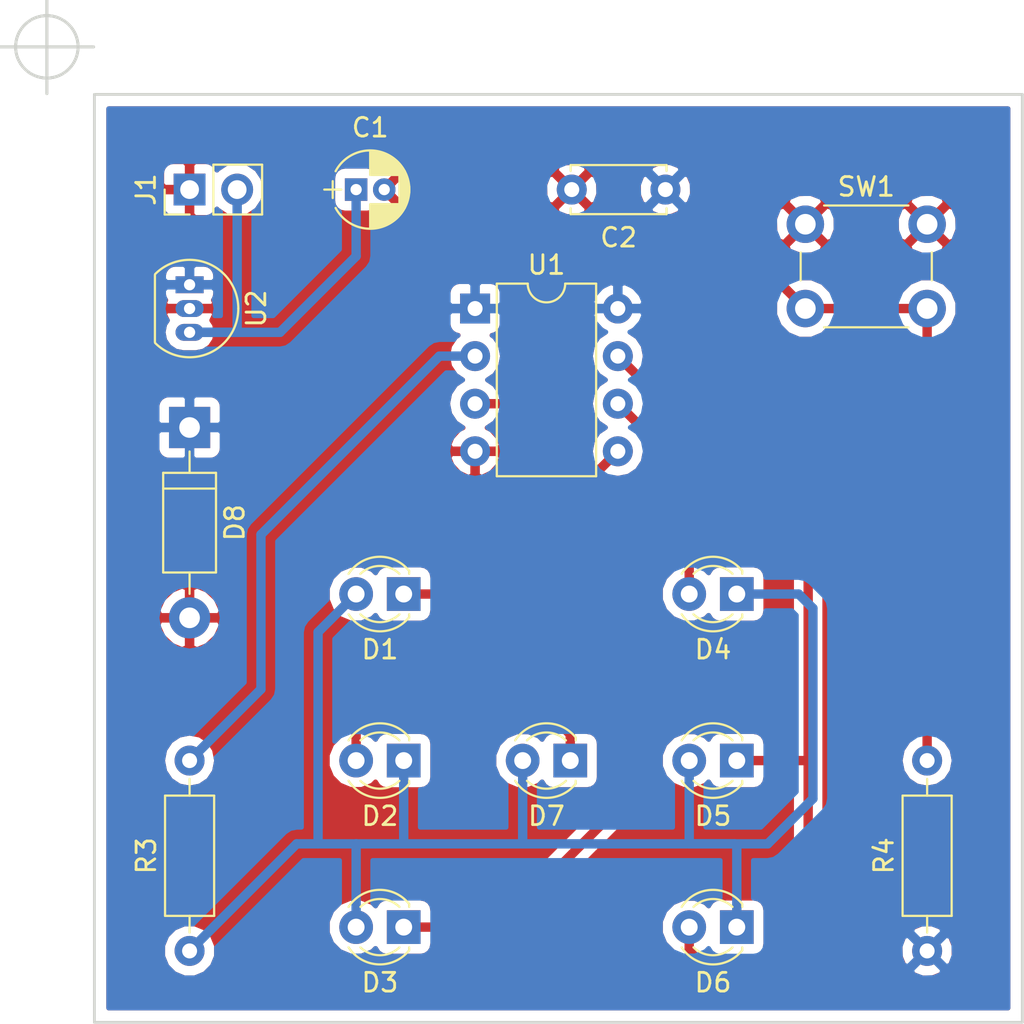
<source format=kicad_pcb>
(kicad_pcb (version 4) (host pcbnew 4.0.7)

  (general
    (links 32)
    (no_connects 1)
    (area 102.794999 88.824999 152.475001 138.505001)
    (thickness 1.6)
    (drawings 12)
    (tracks 64)
    (zones 0)
    (modules 16)
    (nets 10)
  )

  (page A4)
  (layers
    (0 F.Cu signal)
    (31 B.Cu signal)
    (32 B.Adhes user)
    (33 F.Adhes user)
    (34 B.Paste user)
    (35 F.Paste user)
    (36 B.SilkS user)
    (37 F.SilkS user)
    (38 B.Mask user)
    (39 F.Mask user)
    (40 Dwgs.User user)
    (41 Cmts.User user)
    (42 Eco1.User user)
    (43 Eco2.User user)
    (44 Edge.Cuts user)
    (45 Margin user)
    (46 B.CrtYd user)
    (47 F.CrtYd user)
    (48 B.Fab user)
    (49 F.Fab user)
  )

  (setup
    (last_trace_width 0.5)
    (trace_clearance 0.4)
    (zone_clearance 0.508)
    (zone_45_only no)
    (trace_min 0.2)
    (segment_width 0.2)
    (edge_width 0.15)
    (via_size 0.9)
    (via_drill 0.6)
    (via_min_size 0.4)
    (via_min_drill 0.3)
    (uvia_size 0.3)
    (uvia_drill 0.1)
    (uvias_allowed no)
    (uvia_min_size 0.2)
    (uvia_min_drill 0.1)
    (pcb_text_width 0.3)
    (pcb_text_size 1.5 1.5)
    (mod_edge_width 0.15)
    (mod_text_size 1 1)
    (mod_text_width 0.15)
    (pad_size 1.524 1.524)
    (pad_drill 0.762)
    (pad_to_mask_clearance 0.2)
    (aux_axis_origin 0 0)
    (visible_elements FFFFFF7F)
    (pcbplotparams
      (layerselection 0x00030_80000001)
      (usegerberextensions false)
      (excludeedgelayer true)
      (linewidth 0.100000)
      (plotframeref false)
      (viasonmask false)
      (mode 1)
      (useauxorigin false)
      (hpglpennumber 1)
      (hpglpenspeed 20)
      (hpglpendiameter 15)
      (hpglpenoverlay 2)
      (psnegative false)
      (psa4output false)
      (plotreference true)
      (plotvalue true)
      (plotinvisibletext false)
      (padsonsilk false)
      (subtractmaskfromsilk false)
      (outputformat 1)
      (mirror false)
      (drillshape 1)
      (scaleselection 1)
      (outputdirectory ""))
  )

  (net 0 "")
  (net 1 VCC)
  (net 2 /LED1)
  (net 3 /LED_REF)
  (net 4 /LED2)
  (net 5 /LED3)
  (net 6 GND)
  (net 7 "Net-(D1-Pad2)")
  (net 8 /BTN)
  (net 9 "Net-(C1-Pad1)")

  (net_class Default "This is the default net class."
    (clearance 0.4)
    (trace_width 0.5)
    (via_dia 0.9)
    (via_drill 0.6)
    (uvia_dia 0.3)
    (uvia_drill 0.1)
    (add_net /BTN)
    (add_net /LED1)
    (add_net /LED2)
    (add_net /LED3)
    (add_net /LED_REF)
    (add_net GND)
    (add_net "Net-(C1-Pad1)")
    (add_net "Net-(D1-Pad2)")
    (add_net VCC)
  )

  (module LEDs:LED_D3.0mm (layer F.Cu) (tedit 587A3A7B) (tstamp 5B903D9E)
    (at 119.38 115.57 180)
    (descr "LED, diameter 3.0mm, 2 pins")
    (tags "LED diameter 3.0mm 2 pins")
    (path /5B9041A9)
    (fp_text reference D1 (at 1.27 -2.96 180) (layer F.SilkS)
      (effects (font (size 1 1) (thickness 0.15)))
    )
    (fp_text value LED (at 1.27 2.96 180) (layer F.Fab)
      (effects (font (size 1 1) (thickness 0.15)))
    )
    (fp_arc (start 1.27 0) (end -0.23 -1.16619) (angle 284.3) (layer F.Fab) (width 0.1))
    (fp_arc (start 1.27 0) (end -0.29 -1.235516) (angle 108.8) (layer F.SilkS) (width 0.12))
    (fp_arc (start 1.27 0) (end -0.29 1.235516) (angle -108.8) (layer F.SilkS) (width 0.12))
    (fp_arc (start 1.27 0) (end 0.229039 -1.08) (angle 87.9) (layer F.SilkS) (width 0.12))
    (fp_arc (start 1.27 0) (end 0.229039 1.08) (angle -87.9) (layer F.SilkS) (width 0.12))
    (fp_circle (center 1.27 0) (end 2.77 0) (layer F.Fab) (width 0.1))
    (fp_line (start -0.23 -1.16619) (end -0.23 1.16619) (layer F.Fab) (width 0.1))
    (fp_line (start -0.29 -1.236) (end -0.29 -1.08) (layer F.SilkS) (width 0.12))
    (fp_line (start -0.29 1.08) (end -0.29 1.236) (layer F.SilkS) (width 0.12))
    (fp_line (start -1.15 -2.25) (end -1.15 2.25) (layer F.CrtYd) (width 0.05))
    (fp_line (start -1.15 2.25) (end 3.7 2.25) (layer F.CrtYd) (width 0.05))
    (fp_line (start 3.7 2.25) (end 3.7 -2.25) (layer F.CrtYd) (width 0.05))
    (fp_line (start 3.7 -2.25) (end -1.15 -2.25) (layer F.CrtYd) (width 0.05))
    (pad 1 thru_hole rect (at 0 0 180) (size 1.8 1.8) (drill 0.9) (layers *.Cu *.Mask)
      (net 2 /LED1))
    (pad 2 thru_hole circle (at 2.54 0 180) (size 1.8 1.8) (drill 0.9) (layers *.Cu *.Mask)
      (net 7 "Net-(D1-Pad2)"))
    (model ${KISYS3DMOD}/LEDs.3dshapes/LED_D3.0mm.wrl
      (at (xyz 0 0 0))
      (scale (xyz 0.393701 0.393701 0.393701))
      (rotate (xyz 0 0 0))
    )
  )

  (module LEDs:LED_D3.0mm (layer F.Cu) (tedit 587A3A7B) (tstamp 5B903DA4)
    (at 119.38 124.46 180)
    (descr "LED, diameter 3.0mm, 2 pins")
    (tags "LED diameter 3.0mm 2 pins")
    (path /5B904312)
    (fp_text reference D2 (at 1.27 -2.96 180) (layer F.SilkS)
      (effects (font (size 1 1) (thickness 0.15)))
    )
    (fp_text value LED (at 1.27 2.96 180) (layer F.Fab)
      (effects (font (size 1 1) (thickness 0.15)))
    )
    (fp_arc (start 1.27 0) (end -0.23 -1.16619) (angle 284.3) (layer F.Fab) (width 0.1))
    (fp_arc (start 1.27 0) (end -0.29 -1.235516) (angle 108.8) (layer F.SilkS) (width 0.12))
    (fp_arc (start 1.27 0) (end -0.29 1.235516) (angle -108.8) (layer F.SilkS) (width 0.12))
    (fp_arc (start 1.27 0) (end 0.229039 -1.08) (angle 87.9) (layer F.SilkS) (width 0.12))
    (fp_arc (start 1.27 0) (end 0.229039 1.08) (angle -87.9) (layer F.SilkS) (width 0.12))
    (fp_circle (center 1.27 0) (end 2.77 0) (layer F.Fab) (width 0.1))
    (fp_line (start -0.23 -1.16619) (end -0.23 1.16619) (layer F.Fab) (width 0.1))
    (fp_line (start -0.29 -1.236) (end -0.29 -1.08) (layer F.SilkS) (width 0.12))
    (fp_line (start -0.29 1.08) (end -0.29 1.236) (layer F.SilkS) (width 0.12))
    (fp_line (start -1.15 -2.25) (end -1.15 2.25) (layer F.CrtYd) (width 0.05))
    (fp_line (start -1.15 2.25) (end 3.7 2.25) (layer F.CrtYd) (width 0.05))
    (fp_line (start 3.7 2.25) (end 3.7 -2.25) (layer F.CrtYd) (width 0.05))
    (fp_line (start 3.7 -2.25) (end -1.15 -2.25) (layer F.CrtYd) (width 0.05))
    (pad 1 thru_hole rect (at 0 0 180) (size 1.8 1.8) (drill 0.9) (layers *.Cu *.Mask)
      (net 7 "Net-(D1-Pad2)"))
    (pad 2 thru_hole circle (at 2.54 0 180) (size 1.8 1.8) (drill 0.9) (layers *.Cu *.Mask)
      (net 2 /LED1))
    (model ${KISYS3DMOD}/LEDs.3dshapes/LED_D3.0mm.wrl
      (at (xyz 0 0 0))
      (scale (xyz 0.393701 0.393701 0.393701))
      (rotate (xyz 0 0 0))
    )
  )

  (module LEDs:LED_D3.0mm (layer F.Cu) (tedit 587A3A7B) (tstamp 5B903DAA)
    (at 119.38 133.35 180)
    (descr "LED, diameter 3.0mm, 2 pins")
    (tags "LED diameter 3.0mm 2 pins")
    (path /5B904351)
    (fp_text reference D3 (at 1.27 -2.96 180) (layer F.SilkS)
      (effects (font (size 1 1) (thickness 0.15)))
    )
    (fp_text value LED (at 1.27 2.96 180) (layer F.Fab)
      (effects (font (size 1 1) (thickness 0.15)))
    )
    (fp_arc (start 1.27 0) (end -0.23 -1.16619) (angle 284.3) (layer F.Fab) (width 0.1))
    (fp_arc (start 1.27 0) (end -0.29 -1.235516) (angle 108.8) (layer F.SilkS) (width 0.12))
    (fp_arc (start 1.27 0) (end -0.29 1.235516) (angle -108.8) (layer F.SilkS) (width 0.12))
    (fp_arc (start 1.27 0) (end 0.229039 -1.08) (angle 87.9) (layer F.SilkS) (width 0.12))
    (fp_arc (start 1.27 0) (end 0.229039 1.08) (angle -87.9) (layer F.SilkS) (width 0.12))
    (fp_circle (center 1.27 0) (end 2.77 0) (layer F.Fab) (width 0.1))
    (fp_line (start -0.23 -1.16619) (end -0.23 1.16619) (layer F.Fab) (width 0.1))
    (fp_line (start -0.29 -1.236) (end -0.29 -1.08) (layer F.SilkS) (width 0.12))
    (fp_line (start -0.29 1.08) (end -0.29 1.236) (layer F.SilkS) (width 0.12))
    (fp_line (start -1.15 -2.25) (end -1.15 2.25) (layer F.CrtYd) (width 0.05))
    (fp_line (start -1.15 2.25) (end 3.7 2.25) (layer F.CrtYd) (width 0.05))
    (fp_line (start 3.7 2.25) (end 3.7 -2.25) (layer F.CrtYd) (width 0.05))
    (fp_line (start 3.7 -2.25) (end -1.15 -2.25) (layer F.CrtYd) (width 0.05))
    (pad 1 thru_hole rect (at 0 0 180) (size 1.8 1.8) (drill 0.9) (layers *.Cu *.Mask)
      (net 4 /LED2))
    (pad 2 thru_hole circle (at 2.54 0 180) (size 1.8 1.8) (drill 0.9) (layers *.Cu *.Mask)
      (net 7 "Net-(D1-Pad2)"))
    (model ${KISYS3DMOD}/LEDs.3dshapes/LED_D3.0mm.wrl
      (at (xyz 0 0 0))
      (scale (xyz 0.393701 0.393701 0.393701))
      (rotate (xyz 0 0 0))
    )
  )

  (module LEDs:LED_D3.0mm (layer F.Cu) (tedit 587A3A7B) (tstamp 5B903DB0)
    (at 137.16 115.57 180)
    (descr "LED, diameter 3.0mm, 2 pins")
    (tags "LED diameter 3.0mm 2 pins")
    (path /5B904397)
    (fp_text reference D4 (at 1.27 -2.96 180) (layer F.SilkS)
      (effects (font (size 1 1) (thickness 0.15)))
    )
    (fp_text value LED (at 1.27 2.96 180) (layer F.Fab)
      (effects (font (size 1 1) (thickness 0.15)))
    )
    (fp_arc (start 1.27 0) (end -0.23 -1.16619) (angle 284.3) (layer F.Fab) (width 0.1))
    (fp_arc (start 1.27 0) (end -0.29 -1.235516) (angle 108.8) (layer F.SilkS) (width 0.12))
    (fp_arc (start 1.27 0) (end -0.29 1.235516) (angle -108.8) (layer F.SilkS) (width 0.12))
    (fp_arc (start 1.27 0) (end 0.229039 -1.08) (angle 87.9) (layer F.SilkS) (width 0.12))
    (fp_arc (start 1.27 0) (end 0.229039 1.08) (angle -87.9) (layer F.SilkS) (width 0.12))
    (fp_circle (center 1.27 0) (end 2.77 0) (layer F.Fab) (width 0.1))
    (fp_line (start -0.23 -1.16619) (end -0.23 1.16619) (layer F.Fab) (width 0.1))
    (fp_line (start -0.29 -1.236) (end -0.29 -1.08) (layer F.SilkS) (width 0.12))
    (fp_line (start -0.29 1.08) (end -0.29 1.236) (layer F.SilkS) (width 0.12))
    (fp_line (start -1.15 -2.25) (end -1.15 2.25) (layer F.CrtYd) (width 0.05))
    (fp_line (start -1.15 2.25) (end 3.7 2.25) (layer F.CrtYd) (width 0.05))
    (fp_line (start 3.7 2.25) (end 3.7 -2.25) (layer F.CrtYd) (width 0.05))
    (fp_line (start 3.7 -2.25) (end -1.15 -2.25) (layer F.CrtYd) (width 0.05))
    (pad 1 thru_hole rect (at 0 0 180) (size 1.8 1.8) (drill 0.9) (layers *.Cu *.Mask)
      (net 7 "Net-(D1-Pad2)"))
    (pad 2 thru_hole circle (at 2.54 0 180) (size 1.8 1.8) (drill 0.9) (layers *.Cu *.Mask)
      (net 4 /LED2))
    (model ${KISYS3DMOD}/LEDs.3dshapes/LED_D3.0mm.wrl
      (at (xyz 0 0 0))
      (scale (xyz 0.393701 0.393701 0.393701))
      (rotate (xyz 0 0 0))
    )
  )

  (module LEDs:LED_D3.0mm (layer F.Cu) (tedit 587A3A7B) (tstamp 5B903DB6)
    (at 137.16 124.46 180)
    (descr "LED, diameter 3.0mm, 2 pins")
    (tags "LED diameter 3.0mm 2 pins")
    (path /5B9043D0)
    (fp_text reference D5 (at 1.27 -2.96 180) (layer F.SilkS)
      (effects (font (size 1 1) (thickness 0.15)))
    )
    (fp_text value LED (at 1.27 2.96 180) (layer F.Fab)
      (effects (font (size 1 1) (thickness 0.15)))
    )
    (fp_arc (start 1.27 0) (end -0.23 -1.16619) (angle 284.3) (layer F.Fab) (width 0.1))
    (fp_arc (start 1.27 0) (end -0.29 -1.235516) (angle 108.8) (layer F.SilkS) (width 0.12))
    (fp_arc (start 1.27 0) (end -0.29 1.235516) (angle -108.8) (layer F.SilkS) (width 0.12))
    (fp_arc (start 1.27 0) (end 0.229039 -1.08) (angle 87.9) (layer F.SilkS) (width 0.12))
    (fp_arc (start 1.27 0) (end 0.229039 1.08) (angle -87.9) (layer F.SilkS) (width 0.12))
    (fp_circle (center 1.27 0) (end 2.77 0) (layer F.Fab) (width 0.1))
    (fp_line (start -0.23 -1.16619) (end -0.23 1.16619) (layer F.Fab) (width 0.1))
    (fp_line (start -0.29 -1.236) (end -0.29 -1.08) (layer F.SilkS) (width 0.12))
    (fp_line (start -0.29 1.08) (end -0.29 1.236) (layer F.SilkS) (width 0.12))
    (fp_line (start -1.15 -2.25) (end -1.15 2.25) (layer F.CrtYd) (width 0.05))
    (fp_line (start -1.15 2.25) (end 3.7 2.25) (layer F.CrtYd) (width 0.05))
    (fp_line (start 3.7 2.25) (end 3.7 -2.25) (layer F.CrtYd) (width 0.05))
    (fp_line (start 3.7 -2.25) (end -1.15 -2.25) (layer F.CrtYd) (width 0.05))
    (pad 1 thru_hole rect (at 0 0 180) (size 1.8 1.8) (drill 0.9) (layers *.Cu *.Mask)
      (net 5 /LED3))
    (pad 2 thru_hole circle (at 2.54 0 180) (size 1.8 1.8) (drill 0.9) (layers *.Cu *.Mask)
      (net 7 "Net-(D1-Pad2)"))
    (model ${KISYS3DMOD}/LEDs.3dshapes/LED_D3.0mm.wrl
      (at (xyz 0 0 0))
      (scale (xyz 0.393701 0.393701 0.393701))
      (rotate (xyz 0 0 0))
    )
  )

  (module LEDs:LED_D3.0mm (layer F.Cu) (tedit 587A3A7B) (tstamp 5B903DC2)
    (at 137.16 133.35 180)
    (descr "LED, diameter 3.0mm, 2 pins")
    (tags "LED diameter 3.0mm 2 pins")
    (path /5B90443C)
    (fp_text reference D6 (at 1.27 -2.96 180) (layer F.SilkS)
      (effects (font (size 1 1) (thickness 0.15)))
    )
    (fp_text value LED (at 1.27 2.96 180) (layer F.Fab)
      (effects (font (size 1 1) (thickness 0.15)))
    )
    (fp_arc (start 1.27 0) (end -0.23 -1.16619) (angle 284.3) (layer F.Fab) (width 0.1))
    (fp_arc (start 1.27 0) (end -0.29 -1.235516) (angle 108.8) (layer F.SilkS) (width 0.12))
    (fp_arc (start 1.27 0) (end -0.29 1.235516) (angle -108.8) (layer F.SilkS) (width 0.12))
    (fp_arc (start 1.27 0) (end 0.229039 -1.08) (angle 87.9) (layer F.SilkS) (width 0.12))
    (fp_arc (start 1.27 0) (end 0.229039 1.08) (angle -87.9) (layer F.SilkS) (width 0.12))
    (fp_circle (center 1.27 0) (end 2.77 0) (layer F.Fab) (width 0.1))
    (fp_line (start -0.23 -1.16619) (end -0.23 1.16619) (layer F.Fab) (width 0.1))
    (fp_line (start -0.29 -1.236) (end -0.29 -1.08) (layer F.SilkS) (width 0.12))
    (fp_line (start -0.29 1.08) (end -0.29 1.236) (layer F.SilkS) (width 0.12))
    (fp_line (start -1.15 -2.25) (end -1.15 2.25) (layer F.CrtYd) (width 0.05))
    (fp_line (start -1.15 2.25) (end 3.7 2.25) (layer F.CrtYd) (width 0.05))
    (fp_line (start 3.7 2.25) (end 3.7 -2.25) (layer F.CrtYd) (width 0.05))
    (fp_line (start 3.7 -2.25) (end -1.15 -2.25) (layer F.CrtYd) (width 0.05))
    (pad 1 thru_hole rect (at 0 0 180) (size 1.8 1.8) (drill 0.9) (layers *.Cu *.Mask)
      (net 7 "Net-(D1-Pad2)"))
    (pad 2 thru_hole circle (at 2.54 0 180) (size 1.8 1.8) (drill 0.9) (layers *.Cu *.Mask)
      (net 5 /LED3))
    (model ${KISYS3DMOD}/LEDs.3dshapes/LED_D3.0mm.wrl
      (at (xyz 0 0 0))
      (scale (xyz 0.393701 0.393701 0.393701))
      (rotate (xyz 0 0 0))
    )
  )

  (module Housings_DIP:DIP-8_W7.62mm (layer F.Cu) (tedit 59C78D6B) (tstamp 5B903DE8)
    (at 123.19 100.33)
    (descr "8-lead though-hole mounted DIP package, row spacing 7.62 mm (300 mils)")
    (tags "THT DIP DIL PDIP 2.54mm 7.62mm 300mil")
    (path /5B902F53)
    (fp_text reference U1 (at 3.81 -2.33) (layer F.SilkS)
      (effects (font (size 1 1) (thickness 0.15)))
    )
    (fp_text value ATTINY13A-PU (at 3.81 9.95) (layer F.Fab)
      (effects (font (size 1 1) (thickness 0.15)))
    )
    (fp_arc (start 3.81 -1.33) (end 2.81 -1.33) (angle -180) (layer F.SilkS) (width 0.12))
    (fp_line (start 1.635 -1.27) (end 6.985 -1.27) (layer F.Fab) (width 0.1))
    (fp_line (start 6.985 -1.27) (end 6.985 8.89) (layer F.Fab) (width 0.1))
    (fp_line (start 6.985 8.89) (end 0.635 8.89) (layer F.Fab) (width 0.1))
    (fp_line (start 0.635 8.89) (end 0.635 -0.27) (layer F.Fab) (width 0.1))
    (fp_line (start 0.635 -0.27) (end 1.635 -1.27) (layer F.Fab) (width 0.1))
    (fp_line (start 2.81 -1.33) (end 1.16 -1.33) (layer F.SilkS) (width 0.12))
    (fp_line (start 1.16 -1.33) (end 1.16 8.95) (layer F.SilkS) (width 0.12))
    (fp_line (start 1.16 8.95) (end 6.46 8.95) (layer F.SilkS) (width 0.12))
    (fp_line (start 6.46 8.95) (end 6.46 -1.33) (layer F.SilkS) (width 0.12))
    (fp_line (start 6.46 -1.33) (end 4.81 -1.33) (layer F.SilkS) (width 0.12))
    (fp_line (start -1.1 -1.55) (end -1.1 9.15) (layer F.CrtYd) (width 0.05))
    (fp_line (start -1.1 9.15) (end 8.7 9.15) (layer F.CrtYd) (width 0.05))
    (fp_line (start 8.7 9.15) (end 8.7 -1.55) (layer F.CrtYd) (width 0.05))
    (fp_line (start 8.7 -1.55) (end -1.1 -1.55) (layer F.CrtYd) (width 0.05))
    (fp_text user %R (at 3.81 3.81) (layer F.Fab)
      (effects (font (size 1 1) (thickness 0.15)))
    )
    (pad 1 thru_hole rect (at 0 0) (size 1.6 1.6) (drill 0.8) (layers *.Cu *.Mask)
      (net 1 VCC))
    (pad 5 thru_hole oval (at 7.62 7.62) (size 1.6 1.6) (drill 0.8) (layers *.Cu *.Mask)
      (net 2 /LED1))
    (pad 2 thru_hole oval (at 0 2.54) (size 1.6 1.6) (drill 0.8) (layers *.Cu *.Mask)
      (net 3 /LED_REF))
    (pad 6 thru_hole oval (at 7.62 5.08) (size 1.6 1.6) (drill 0.8) (layers *.Cu *.Mask)
      (net 4 /LED2))
    (pad 3 thru_hole oval (at 0 5.08) (size 1.6 1.6) (drill 0.8) (layers *.Cu *.Mask)
      (net 8 /BTN))
    (pad 7 thru_hole oval (at 7.62 2.54) (size 1.6 1.6) (drill 0.8) (layers *.Cu *.Mask)
      (net 5 /LED3))
    (pad 4 thru_hole oval (at 0 7.62) (size 1.6 1.6) (drill 0.8) (layers *.Cu *.Mask)
      (net 6 GND))
    (pad 8 thru_hole oval (at 7.62 0) (size 1.6 1.6) (drill 0.8) (layers *.Cu *.Mask)
      (net 1 VCC))
    (model ${KISYS3DMOD}/Housings_DIP.3dshapes/DIP-8_W7.62mm.wrl
      (at (xyz 0 0 0))
      (scale (xyz 1 1 1))
      (rotate (xyz 0 0 0))
    )
  )

  (module LEDs:LED_D3.0mm (layer F.Cu) (tedit 587A3A7B) (tstamp 5B9040F7)
    (at 128.27 124.46 180)
    (descr "LED, diameter 3.0mm, 2 pins")
    (tags "LED diameter 3.0mm 2 pins")
    (path /5B904422)
    (fp_text reference D7 (at 1.27 -2.96 180) (layer F.SilkS)
      (effects (font (size 1 1) (thickness 0.15)))
    )
    (fp_text value LED (at 1.27 2.96 180) (layer F.Fab)
      (effects (font (size 1 1) (thickness 0.15)))
    )
    (fp_arc (start 1.27 0) (end -0.23 -1.16619) (angle 284.3) (layer F.Fab) (width 0.1))
    (fp_arc (start 1.27 0) (end -0.29 -1.235516) (angle 108.8) (layer F.SilkS) (width 0.12))
    (fp_arc (start 1.27 0) (end -0.29 1.235516) (angle -108.8) (layer F.SilkS) (width 0.12))
    (fp_arc (start 1.27 0) (end 0.229039 -1.08) (angle 87.9) (layer F.SilkS) (width 0.12))
    (fp_arc (start 1.27 0) (end 0.229039 1.08) (angle -87.9) (layer F.SilkS) (width 0.12))
    (fp_circle (center 1.27 0) (end 2.77 0) (layer F.Fab) (width 0.1))
    (fp_line (start -0.23 -1.16619) (end -0.23 1.16619) (layer F.Fab) (width 0.1))
    (fp_line (start -0.29 -1.236) (end -0.29 -1.08) (layer F.SilkS) (width 0.12))
    (fp_line (start -0.29 1.08) (end -0.29 1.236) (layer F.SilkS) (width 0.12))
    (fp_line (start -1.15 -2.25) (end -1.15 2.25) (layer F.CrtYd) (width 0.05))
    (fp_line (start -1.15 2.25) (end 3.7 2.25) (layer F.CrtYd) (width 0.05))
    (fp_line (start 3.7 2.25) (end 3.7 -2.25) (layer F.CrtYd) (width 0.05))
    (fp_line (start 3.7 -2.25) (end -1.15 -2.25) (layer F.CrtYd) (width 0.05))
    (pad 1 thru_hole rect (at 0 0 180) (size 1.8 1.8) (drill 0.9) (layers *.Cu *.Mask)
      (net 2 /LED1))
    (pad 2 thru_hole circle (at 2.54 0 180) (size 1.8 1.8) (drill 0.9) (layers *.Cu *.Mask)
      (net 7 "Net-(D1-Pad2)"))
    (model ${KISYS3DMOD}/LEDs.3dshapes/LED_D3.0mm.wrl
      (at (xyz 0 0 0))
      (scale (xyz 0.393701 0.393701 0.393701))
      (rotate (xyz 0 0 0))
    )
  )

  (module Buttons_Switches_THT:SW_PUSH_6mm (layer F.Cu) (tedit 5923F252) (tstamp 5B904793)
    (at 140.82 95.83)
    (descr https://www.omron.com/ecb/products/pdf/en-b3f.pdf)
    (tags "tact sw push 6mm")
    (path /5B907217)
    (fp_text reference SW1 (at 3.25 -2) (layer F.SilkS)
      (effects (font (size 1 1) (thickness 0.15)))
    )
    (fp_text value SW_Push (at 3.75 6.7) (layer F.Fab)
      (effects (font (size 1 1) (thickness 0.15)))
    )
    (fp_text user %R (at 3.25 2.25) (layer F.Fab)
      (effects (font (size 1 1) (thickness 0.15)))
    )
    (fp_line (start 3.25 -0.75) (end 6.25 -0.75) (layer F.Fab) (width 0.1))
    (fp_line (start 6.25 -0.75) (end 6.25 5.25) (layer F.Fab) (width 0.1))
    (fp_line (start 6.25 5.25) (end 0.25 5.25) (layer F.Fab) (width 0.1))
    (fp_line (start 0.25 5.25) (end 0.25 -0.75) (layer F.Fab) (width 0.1))
    (fp_line (start 0.25 -0.75) (end 3.25 -0.75) (layer F.Fab) (width 0.1))
    (fp_line (start 7.75 6) (end 8 6) (layer F.CrtYd) (width 0.05))
    (fp_line (start 8 6) (end 8 5.75) (layer F.CrtYd) (width 0.05))
    (fp_line (start 7.75 -1.5) (end 8 -1.5) (layer F.CrtYd) (width 0.05))
    (fp_line (start 8 -1.5) (end 8 -1.25) (layer F.CrtYd) (width 0.05))
    (fp_line (start -1.5 -1.25) (end -1.5 -1.5) (layer F.CrtYd) (width 0.05))
    (fp_line (start -1.5 -1.5) (end -1.25 -1.5) (layer F.CrtYd) (width 0.05))
    (fp_line (start -1.5 5.75) (end -1.5 6) (layer F.CrtYd) (width 0.05))
    (fp_line (start -1.5 6) (end -1.25 6) (layer F.CrtYd) (width 0.05))
    (fp_line (start -1.25 -1.5) (end 7.75 -1.5) (layer F.CrtYd) (width 0.05))
    (fp_line (start -1.5 5.75) (end -1.5 -1.25) (layer F.CrtYd) (width 0.05))
    (fp_line (start 7.75 6) (end -1.25 6) (layer F.CrtYd) (width 0.05))
    (fp_line (start 8 -1.25) (end 8 5.75) (layer F.CrtYd) (width 0.05))
    (fp_line (start 1 5.5) (end 5.5 5.5) (layer F.SilkS) (width 0.12))
    (fp_line (start -0.25 1.5) (end -0.25 3) (layer F.SilkS) (width 0.12))
    (fp_line (start 5.5 -1) (end 1 -1) (layer F.SilkS) (width 0.12))
    (fp_line (start 6.75 3) (end 6.75 1.5) (layer F.SilkS) (width 0.12))
    (fp_circle (center 3.25 2.25) (end 1.25 2.5) (layer F.Fab) (width 0.1))
    (pad 2 thru_hole circle (at 0 4.5 90) (size 2 2) (drill 1.1) (layers *.Cu *.Mask)
      (net 8 /BTN))
    (pad 1 thru_hole circle (at 0 0 90) (size 2 2) (drill 1.1) (layers *.Cu *.Mask)
      (net 6 GND))
    (pad 2 thru_hole circle (at 6.5 4.5 90) (size 2 2) (drill 1.1) (layers *.Cu *.Mask)
      (net 8 /BTN))
    (pad 1 thru_hole circle (at 6.5 0 90) (size 2 2) (drill 1.1) (layers *.Cu *.Mask)
      (net 6 GND))
    (model ${KISYS3DMOD}/Buttons_Switches_THT.3dshapes/SW_PUSH_6mm.wrl
      (at (xyz 0.005 0 0))
      (scale (xyz 0.3937 0.3937 0.3937))
      (rotate (xyz 0 0 0))
    )
  )

  (module Capacitors_THT:CP_Radial_D4.0mm_P1.50mm (layer F.Cu) (tedit 597BC7C2) (tstamp 5B906519)
    (at 116.84 93.98)
    (descr "CP, Radial series, Radial, pin pitch=1.50mm, , diameter=4mm, Electrolytic Capacitor")
    (tags "CP Radial series Radial pin pitch 1.50mm  diameter 4mm Electrolytic Capacitor")
    (path /5B9064A0)
    (fp_text reference C1 (at 0.75 -3.31) (layer F.SilkS)
      (effects (font (size 1 1) (thickness 0.15)))
    )
    (fp_text value 0.33uF (at 0.75 3.31) (layer F.Fab)
      (effects (font (size 1 1) (thickness 0.15)))
    )
    (fp_arc (start 0.75 0) (end -1.095996 -0.98) (angle 124.1) (layer F.SilkS) (width 0.12))
    (fp_arc (start 0.75 0) (end -1.095996 0.98) (angle -124.1) (layer F.SilkS) (width 0.12))
    (fp_arc (start 0.75 0) (end 2.595996 -0.98) (angle 55.9) (layer F.SilkS) (width 0.12))
    (fp_circle (center 0.75 0) (end 2.75 0) (layer F.Fab) (width 0.1))
    (fp_line (start -1.7 0) (end -0.8 0) (layer F.Fab) (width 0.1))
    (fp_line (start -1.25 -0.45) (end -1.25 0.45) (layer F.Fab) (width 0.1))
    (fp_line (start 0.75 0.78) (end 0.75 2.05) (layer F.SilkS) (width 0.12))
    (fp_line (start 0.75 -2.05) (end 0.75 -0.78) (layer F.SilkS) (width 0.12))
    (fp_line (start 0.79 -2.05) (end 0.79 -0.78) (layer F.SilkS) (width 0.12))
    (fp_line (start 0.79 0.78) (end 0.79 2.05) (layer F.SilkS) (width 0.12))
    (fp_line (start 0.83 -2.049) (end 0.83 -0.78) (layer F.SilkS) (width 0.12))
    (fp_line (start 0.83 0.78) (end 0.83 2.049) (layer F.SilkS) (width 0.12))
    (fp_line (start 0.87 -2.047) (end 0.87 -0.78) (layer F.SilkS) (width 0.12))
    (fp_line (start 0.87 0.78) (end 0.87 2.047) (layer F.SilkS) (width 0.12))
    (fp_line (start 0.91 -2.044) (end 0.91 -0.78) (layer F.SilkS) (width 0.12))
    (fp_line (start 0.91 0.78) (end 0.91 2.044) (layer F.SilkS) (width 0.12))
    (fp_line (start 0.95 -2.041) (end 0.95 -0.78) (layer F.SilkS) (width 0.12))
    (fp_line (start 0.95 0.78) (end 0.95 2.041) (layer F.SilkS) (width 0.12))
    (fp_line (start 0.99 -2.037) (end 0.99 -0.78) (layer F.SilkS) (width 0.12))
    (fp_line (start 0.99 0.78) (end 0.99 2.037) (layer F.SilkS) (width 0.12))
    (fp_line (start 1.03 -2.032) (end 1.03 -0.78) (layer F.SilkS) (width 0.12))
    (fp_line (start 1.03 0.78) (end 1.03 2.032) (layer F.SilkS) (width 0.12))
    (fp_line (start 1.07 -2.026) (end 1.07 -0.78) (layer F.SilkS) (width 0.12))
    (fp_line (start 1.07 0.78) (end 1.07 2.026) (layer F.SilkS) (width 0.12))
    (fp_line (start 1.11 -2.019) (end 1.11 -0.78) (layer F.SilkS) (width 0.12))
    (fp_line (start 1.11 0.78) (end 1.11 2.019) (layer F.SilkS) (width 0.12))
    (fp_line (start 1.15 -2.012) (end 1.15 -0.78) (layer F.SilkS) (width 0.12))
    (fp_line (start 1.15 0.78) (end 1.15 2.012) (layer F.SilkS) (width 0.12))
    (fp_line (start 1.19 -2.004) (end 1.19 -0.78) (layer F.SilkS) (width 0.12))
    (fp_line (start 1.19 0.78) (end 1.19 2.004) (layer F.SilkS) (width 0.12))
    (fp_line (start 1.23 -1.995) (end 1.23 -0.78) (layer F.SilkS) (width 0.12))
    (fp_line (start 1.23 0.78) (end 1.23 1.995) (layer F.SilkS) (width 0.12))
    (fp_line (start 1.27 -1.985) (end 1.27 -0.78) (layer F.SilkS) (width 0.12))
    (fp_line (start 1.27 0.78) (end 1.27 1.985) (layer F.SilkS) (width 0.12))
    (fp_line (start 1.31 -1.974) (end 1.31 -0.78) (layer F.SilkS) (width 0.12))
    (fp_line (start 1.31 0.78) (end 1.31 1.974) (layer F.SilkS) (width 0.12))
    (fp_line (start 1.35 -1.963) (end 1.35 -0.78) (layer F.SilkS) (width 0.12))
    (fp_line (start 1.35 0.78) (end 1.35 1.963) (layer F.SilkS) (width 0.12))
    (fp_line (start 1.39 -1.95) (end 1.39 -0.78) (layer F.SilkS) (width 0.12))
    (fp_line (start 1.39 0.78) (end 1.39 1.95) (layer F.SilkS) (width 0.12))
    (fp_line (start 1.43 -1.937) (end 1.43 -0.78) (layer F.SilkS) (width 0.12))
    (fp_line (start 1.43 0.78) (end 1.43 1.937) (layer F.SilkS) (width 0.12))
    (fp_line (start 1.471 -1.923) (end 1.471 -0.78) (layer F.SilkS) (width 0.12))
    (fp_line (start 1.471 0.78) (end 1.471 1.923) (layer F.SilkS) (width 0.12))
    (fp_line (start 1.511 -1.907) (end 1.511 -0.78) (layer F.SilkS) (width 0.12))
    (fp_line (start 1.511 0.78) (end 1.511 1.907) (layer F.SilkS) (width 0.12))
    (fp_line (start 1.551 -1.891) (end 1.551 -0.78) (layer F.SilkS) (width 0.12))
    (fp_line (start 1.551 0.78) (end 1.551 1.891) (layer F.SilkS) (width 0.12))
    (fp_line (start 1.591 -1.874) (end 1.591 -0.78) (layer F.SilkS) (width 0.12))
    (fp_line (start 1.591 0.78) (end 1.591 1.874) (layer F.SilkS) (width 0.12))
    (fp_line (start 1.631 -1.856) (end 1.631 -0.78) (layer F.SilkS) (width 0.12))
    (fp_line (start 1.631 0.78) (end 1.631 1.856) (layer F.SilkS) (width 0.12))
    (fp_line (start 1.671 -1.837) (end 1.671 -0.78) (layer F.SilkS) (width 0.12))
    (fp_line (start 1.671 0.78) (end 1.671 1.837) (layer F.SilkS) (width 0.12))
    (fp_line (start 1.711 -1.817) (end 1.711 -0.78) (layer F.SilkS) (width 0.12))
    (fp_line (start 1.711 0.78) (end 1.711 1.817) (layer F.SilkS) (width 0.12))
    (fp_line (start 1.751 -1.796) (end 1.751 -0.78) (layer F.SilkS) (width 0.12))
    (fp_line (start 1.751 0.78) (end 1.751 1.796) (layer F.SilkS) (width 0.12))
    (fp_line (start 1.791 -1.773) (end 1.791 -0.78) (layer F.SilkS) (width 0.12))
    (fp_line (start 1.791 0.78) (end 1.791 1.773) (layer F.SilkS) (width 0.12))
    (fp_line (start 1.831 -1.75) (end 1.831 -0.78) (layer F.SilkS) (width 0.12))
    (fp_line (start 1.831 0.78) (end 1.831 1.75) (layer F.SilkS) (width 0.12))
    (fp_line (start 1.871 -1.725) (end 1.871 -0.78) (layer F.SilkS) (width 0.12))
    (fp_line (start 1.871 0.78) (end 1.871 1.725) (layer F.SilkS) (width 0.12))
    (fp_line (start 1.911 -1.699) (end 1.911 -0.78) (layer F.SilkS) (width 0.12))
    (fp_line (start 1.911 0.78) (end 1.911 1.699) (layer F.SilkS) (width 0.12))
    (fp_line (start 1.951 -1.672) (end 1.951 -0.78) (layer F.SilkS) (width 0.12))
    (fp_line (start 1.951 0.78) (end 1.951 1.672) (layer F.SilkS) (width 0.12))
    (fp_line (start 1.991 -1.643) (end 1.991 -0.78) (layer F.SilkS) (width 0.12))
    (fp_line (start 1.991 0.78) (end 1.991 1.643) (layer F.SilkS) (width 0.12))
    (fp_line (start 2.031 -1.613) (end 2.031 -0.78) (layer F.SilkS) (width 0.12))
    (fp_line (start 2.031 0.78) (end 2.031 1.613) (layer F.SilkS) (width 0.12))
    (fp_line (start 2.071 -1.581) (end 2.071 -0.78) (layer F.SilkS) (width 0.12))
    (fp_line (start 2.071 0.78) (end 2.071 1.581) (layer F.SilkS) (width 0.12))
    (fp_line (start 2.111 -1.547) (end 2.111 -0.78) (layer F.SilkS) (width 0.12))
    (fp_line (start 2.111 0.78) (end 2.111 1.547) (layer F.SilkS) (width 0.12))
    (fp_line (start 2.151 -1.512) (end 2.151 -0.78) (layer F.SilkS) (width 0.12))
    (fp_line (start 2.151 0.78) (end 2.151 1.512) (layer F.SilkS) (width 0.12))
    (fp_line (start 2.191 -1.475) (end 2.191 -0.78) (layer F.SilkS) (width 0.12))
    (fp_line (start 2.191 0.78) (end 2.191 1.475) (layer F.SilkS) (width 0.12))
    (fp_line (start 2.231 -1.436) (end 2.231 -0.78) (layer F.SilkS) (width 0.12))
    (fp_line (start 2.231 0.78) (end 2.231 1.436) (layer F.SilkS) (width 0.12))
    (fp_line (start 2.271 -1.395) (end 2.271 -0.78) (layer F.SilkS) (width 0.12))
    (fp_line (start 2.271 0.78) (end 2.271 1.395) (layer F.SilkS) (width 0.12))
    (fp_line (start 2.311 -1.351) (end 2.311 1.351) (layer F.SilkS) (width 0.12))
    (fp_line (start 2.351 -1.305) (end 2.351 1.305) (layer F.SilkS) (width 0.12))
    (fp_line (start 2.391 -1.256) (end 2.391 1.256) (layer F.SilkS) (width 0.12))
    (fp_line (start 2.431 -1.204) (end 2.431 1.204) (layer F.SilkS) (width 0.12))
    (fp_line (start 2.471 -1.148) (end 2.471 1.148) (layer F.SilkS) (width 0.12))
    (fp_line (start 2.511 -1.088) (end 2.511 1.088) (layer F.SilkS) (width 0.12))
    (fp_line (start 2.551 -1.023) (end 2.551 1.023) (layer F.SilkS) (width 0.12))
    (fp_line (start 2.591 -0.952) (end 2.591 0.952) (layer F.SilkS) (width 0.12))
    (fp_line (start 2.631 -0.874) (end 2.631 0.874) (layer F.SilkS) (width 0.12))
    (fp_line (start 2.671 -0.786) (end 2.671 0.786) (layer F.SilkS) (width 0.12))
    (fp_line (start 2.711 -0.686) (end 2.711 0.686) (layer F.SilkS) (width 0.12))
    (fp_line (start 2.751 -0.567) (end 2.751 0.567) (layer F.SilkS) (width 0.12))
    (fp_line (start 2.791 -0.415) (end 2.791 0.415) (layer F.SilkS) (width 0.12))
    (fp_line (start 2.831 -0.165) (end 2.831 0.165) (layer F.SilkS) (width 0.12))
    (fp_line (start -1.7 0) (end -0.8 0) (layer F.SilkS) (width 0.12))
    (fp_line (start -1.25 -0.45) (end -1.25 0.45) (layer F.SilkS) (width 0.12))
    (fp_line (start -1.6 -2.35) (end -1.6 2.35) (layer F.CrtYd) (width 0.05))
    (fp_line (start -1.6 2.35) (end 3.1 2.35) (layer F.CrtYd) (width 0.05))
    (fp_line (start 3.1 2.35) (end 3.1 -2.35) (layer F.CrtYd) (width 0.05))
    (fp_line (start 3.1 -2.35) (end -1.6 -2.35) (layer F.CrtYd) (width 0.05))
    (fp_text user %R (at 0.75 0) (layer F.Fab)
      (effects (font (size 1 1) (thickness 0.15)))
    )
    (pad 1 thru_hole rect (at 0 0) (size 1.2 1.2) (drill 0.6) (layers *.Cu *.Mask)
      (net 9 "Net-(C1-Pad1)"))
    (pad 2 thru_hole circle (at 1.5 0) (size 1.2 1.2) (drill 0.6) (layers *.Cu *.Mask)
      (net 6 GND))
    (model ${KISYS3DMOD}/Capacitors_THT.3dshapes/CP_Radial_D4.0mm_P1.50mm.wrl
      (at (xyz 0 0 0))
      (scale (xyz 1 1 1))
      (rotate (xyz 0 0 0))
    )
  )

  (module Capacitors_THT:C_Disc_D5.0mm_W2.5mm_P5.00mm (layer F.Cu) (tedit 597BC7C2) (tstamp 5B90651F)
    (at 133.35 93.98 180)
    (descr "C, Disc series, Radial, pin pitch=5.00mm, , diameter*width=5*2.5mm^2, Capacitor, http://cdn-reichelt.de/documents/datenblatt/B300/DS_KERKO_TC.pdf")
    (tags "C Disc series Radial pin pitch 5.00mm  diameter 5mm width 2.5mm Capacitor")
    (path /5B906429)
    (fp_text reference C2 (at 2.5 -2.56 180) (layer F.SilkS)
      (effects (font (size 1 1) (thickness 0.15)))
    )
    (fp_text value 0.1uF (at 2.5 2.56 180) (layer F.Fab)
      (effects (font (size 1 1) (thickness 0.15)))
    )
    (fp_line (start 0 -1.25) (end 0 1.25) (layer F.Fab) (width 0.1))
    (fp_line (start 0 1.25) (end 5 1.25) (layer F.Fab) (width 0.1))
    (fp_line (start 5 1.25) (end 5 -1.25) (layer F.Fab) (width 0.1))
    (fp_line (start 5 -1.25) (end 0 -1.25) (layer F.Fab) (width 0.1))
    (fp_line (start -0.06 -1.31) (end 5.06 -1.31) (layer F.SilkS) (width 0.12))
    (fp_line (start -0.06 1.31) (end 5.06 1.31) (layer F.SilkS) (width 0.12))
    (fp_line (start -0.06 -1.31) (end -0.06 -0.996) (layer F.SilkS) (width 0.12))
    (fp_line (start -0.06 0.996) (end -0.06 1.31) (layer F.SilkS) (width 0.12))
    (fp_line (start 5.06 -1.31) (end 5.06 -0.996) (layer F.SilkS) (width 0.12))
    (fp_line (start 5.06 0.996) (end 5.06 1.31) (layer F.SilkS) (width 0.12))
    (fp_line (start -1.05 -1.6) (end -1.05 1.6) (layer F.CrtYd) (width 0.05))
    (fp_line (start -1.05 1.6) (end 6.05 1.6) (layer F.CrtYd) (width 0.05))
    (fp_line (start 6.05 1.6) (end 6.05 -1.6) (layer F.CrtYd) (width 0.05))
    (fp_line (start 6.05 -1.6) (end -1.05 -1.6) (layer F.CrtYd) (width 0.05))
    (fp_text user %R (at 2.5 0 180) (layer F.Fab)
      (effects (font (size 1 1) (thickness 0.15)))
    )
    (pad 1 thru_hole circle (at 0 0 180) (size 1.6 1.6) (drill 0.8) (layers *.Cu *.Mask)
      (net 1 VCC))
    (pad 2 thru_hole circle (at 5 0 180) (size 1.6 1.6) (drill 0.8) (layers *.Cu *.Mask)
      (net 6 GND))
    (model ${KISYS3DMOD}/Capacitors_THT.3dshapes/C_Disc_D5.0mm_W2.5mm_P5.00mm.wrl
      (at (xyz 0 0 0))
      (scale (xyz 1 1 1))
      (rotate (xyz 0 0 0))
    )
  )

  (module TO_SOT_Packages_THT:TO-92_Inline_Narrow_Oval (layer F.Cu) (tedit 58CE52AF) (tstamp 5B906526)
    (at 107.95 99.06 270)
    (descr "TO-92 leads in-line, narrow, oval pads, drill 0.6mm (see NXP sot054_po.pdf)")
    (tags "to-92 sc-43 sc-43a sot54 PA33 transistor")
    (path /5B905F6A)
    (fp_text reference U2 (at 1.27 -3.56 270) (layer F.SilkS)
      (effects (font (size 1 1) (thickness 0.15)))
    )
    (fp_text value L78L05_TO92 (at 1.27 2.79 270) (layer F.Fab)
      (effects (font (size 1 1) (thickness 0.15)))
    )
    (fp_text user %R (at 1.27 -3.56 270) (layer F.Fab)
      (effects (font (size 1 1) (thickness 0.15)))
    )
    (fp_line (start -0.53 1.85) (end 3.07 1.85) (layer F.SilkS) (width 0.12))
    (fp_line (start -0.5 1.75) (end 3 1.75) (layer F.Fab) (width 0.1))
    (fp_line (start -1.46 -2.73) (end 4 -2.73) (layer F.CrtYd) (width 0.05))
    (fp_line (start -1.46 -2.73) (end -1.46 2.01) (layer F.CrtYd) (width 0.05))
    (fp_line (start 4 2.01) (end 4 -2.73) (layer F.CrtYd) (width 0.05))
    (fp_line (start 4 2.01) (end -1.46 2.01) (layer F.CrtYd) (width 0.05))
    (fp_arc (start 1.27 0) (end 1.27 -2.48) (angle 135) (layer F.Fab) (width 0.1))
    (fp_arc (start 1.27 0) (end 1.27 -2.6) (angle -135) (layer F.SilkS) (width 0.12))
    (fp_arc (start 1.27 0) (end 1.27 -2.48) (angle -135) (layer F.Fab) (width 0.1))
    (fp_arc (start 1.27 0) (end 1.27 -2.6) (angle 135) (layer F.SilkS) (width 0.12))
    (pad 2 thru_hole oval (at 1.27 0 90) (size 0.9 1.5) (drill 0.6) (layers *.Cu *.Mask)
      (net 6 GND))
    (pad 3 thru_hole oval (at 2.54 0 90) (size 0.9 1.5) (drill 0.6) (layers *.Cu *.Mask)
      (net 9 "Net-(C1-Pad1)"))
    (pad 1 thru_hole rect (at 0 0 90) (size 0.9 1.5) (drill 0.6) (layers *.Cu *.Mask)
      (net 1 VCC))
    (model ${KISYS3DMOD}/TO_SOT_Packages_THT.3dshapes/TO-92_Inline_Narrow_Oval.wrl
      (at (xyz 0.05 0 0))
      (scale (xyz 1 1 1))
      (rotate (xyz 0 0 -90))
    )
  )

  (module Diodes_THT:D_DO-41_SOD81_P10.16mm_Horizontal (layer F.Cu) (tedit 5921392F) (tstamp 5B916FBA)
    (at 107.95 106.68 270)
    (descr "D, DO-41_SOD81 series, Axial, Horizontal, pin pitch=10.16mm, , length*diameter=5.2*2.7mm^2, , http://www.diodes.com/_files/packages/DO-41%20(Plastic).pdf")
    (tags "D DO-41_SOD81 series Axial Horizontal pin pitch 10.16mm  length 5.2mm diameter 2.7mm")
    (path /5B908914)
    (fp_text reference D8 (at 5.08 -2.41 270) (layer F.SilkS)
      (effects (font (size 1 1) (thickness 0.15)))
    )
    (fp_text value D (at 5.08 2.41 270) (layer F.Fab)
      (effects (font (size 1 1) (thickness 0.15)))
    )
    (fp_text user %R (at 5.08 0 270) (layer F.Fab)
      (effects (font (size 1 1) (thickness 0.15)))
    )
    (fp_line (start 2.48 -1.35) (end 2.48 1.35) (layer F.Fab) (width 0.1))
    (fp_line (start 2.48 1.35) (end 7.68 1.35) (layer F.Fab) (width 0.1))
    (fp_line (start 7.68 1.35) (end 7.68 -1.35) (layer F.Fab) (width 0.1))
    (fp_line (start 7.68 -1.35) (end 2.48 -1.35) (layer F.Fab) (width 0.1))
    (fp_line (start 0 0) (end 2.48 0) (layer F.Fab) (width 0.1))
    (fp_line (start 10.16 0) (end 7.68 0) (layer F.Fab) (width 0.1))
    (fp_line (start 3.26 -1.35) (end 3.26 1.35) (layer F.Fab) (width 0.1))
    (fp_line (start 2.42 -1.41) (end 2.42 1.41) (layer F.SilkS) (width 0.12))
    (fp_line (start 2.42 1.41) (end 7.74 1.41) (layer F.SilkS) (width 0.12))
    (fp_line (start 7.74 1.41) (end 7.74 -1.41) (layer F.SilkS) (width 0.12))
    (fp_line (start 7.74 -1.41) (end 2.42 -1.41) (layer F.SilkS) (width 0.12))
    (fp_line (start 1.28 0) (end 2.42 0) (layer F.SilkS) (width 0.12))
    (fp_line (start 8.88 0) (end 7.74 0) (layer F.SilkS) (width 0.12))
    (fp_line (start 3.26 -1.41) (end 3.26 1.41) (layer F.SilkS) (width 0.12))
    (fp_line (start -1.35 -1.7) (end -1.35 1.7) (layer F.CrtYd) (width 0.05))
    (fp_line (start -1.35 1.7) (end 11.55 1.7) (layer F.CrtYd) (width 0.05))
    (fp_line (start 11.55 1.7) (end 11.55 -1.7) (layer F.CrtYd) (width 0.05))
    (fp_line (start 11.55 -1.7) (end -1.35 -1.7) (layer F.CrtYd) (width 0.05))
    (pad 1 thru_hole rect (at 0 0 270) (size 2.2 2.2) (drill 1.1) (layers *.Cu *.Mask)
      (net 1 VCC))
    (pad 2 thru_hole oval (at 10.16 0 270) (size 2.2 2.2) (drill 1.1) (layers *.Cu *.Mask)
      (net 6 GND))
    (model ${KISYS3DMOD}/Diodes_THT.3dshapes/D_DO-41_SOD81_P10.16mm_Horizontal.wrl
      (at (xyz 0 0 0))
      (scale (xyz 0.393701 0.393701 0.393701))
      (rotate (xyz 0 0 0))
    )
  )

  (module Resistors_THT:R_Axial_DIN0207_L6.3mm_D2.5mm_P10.16mm_Horizontal (layer F.Cu) (tedit 5874F706) (tstamp 5B9170C7)
    (at 107.95 134.62 90)
    (descr "Resistor, Axial_DIN0207 series, Axial, Horizontal, pin pitch=10.16mm, 0.25W = 1/4W, length*diameter=6.3*2.5mm^2, http://cdn-reichelt.de/documents/datenblatt/B400/1_4W%23YAG.pdf")
    (tags "Resistor Axial_DIN0207 series Axial Horizontal pin pitch 10.16mm 0.25W = 1/4W length 6.3mm diameter 2.5mm")
    (path /5B90ADA0)
    (fp_text reference R3 (at 5.08 -2.31 90) (layer F.SilkS)
      (effects (font (size 1 1) (thickness 0.15)))
    )
    (fp_text value 100R (at 5.08 2.31 90) (layer F.Fab)
      (effects (font (size 1 1) (thickness 0.15)))
    )
    (fp_line (start 1.93 -1.25) (end 1.93 1.25) (layer F.Fab) (width 0.1))
    (fp_line (start 1.93 1.25) (end 8.23 1.25) (layer F.Fab) (width 0.1))
    (fp_line (start 8.23 1.25) (end 8.23 -1.25) (layer F.Fab) (width 0.1))
    (fp_line (start 8.23 -1.25) (end 1.93 -1.25) (layer F.Fab) (width 0.1))
    (fp_line (start 0 0) (end 1.93 0) (layer F.Fab) (width 0.1))
    (fp_line (start 10.16 0) (end 8.23 0) (layer F.Fab) (width 0.1))
    (fp_line (start 1.87 -1.31) (end 1.87 1.31) (layer F.SilkS) (width 0.12))
    (fp_line (start 1.87 1.31) (end 8.29 1.31) (layer F.SilkS) (width 0.12))
    (fp_line (start 8.29 1.31) (end 8.29 -1.31) (layer F.SilkS) (width 0.12))
    (fp_line (start 8.29 -1.31) (end 1.87 -1.31) (layer F.SilkS) (width 0.12))
    (fp_line (start 0.98 0) (end 1.87 0) (layer F.SilkS) (width 0.12))
    (fp_line (start 9.18 0) (end 8.29 0) (layer F.SilkS) (width 0.12))
    (fp_line (start -1.05 -1.6) (end -1.05 1.6) (layer F.CrtYd) (width 0.05))
    (fp_line (start -1.05 1.6) (end 11.25 1.6) (layer F.CrtYd) (width 0.05))
    (fp_line (start 11.25 1.6) (end 11.25 -1.6) (layer F.CrtYd) (width 0.05))
    (fp_line (start 11.25 -1.6) (end -1.05 -1.6) (layer F.CrtYd) (width 0.05))
    (pad 1 thru_hole circle (at 0 0 90) (size 1.6 1.6) (drill 0.8) (layers *.Cu *.Mask)
      (net 7 "Net-(D1-Pad2)"))
    (pad 2 thru_hole oval (at 10.16 0 90) (size 1.6 1.6) (drill 0.8) (layers *.Cu *.Mask)
      (net 3 /LED_REF))
    (model ${KISYS3DMOD}/Resistors_THT.3dshapes/R_Axial_DIN0207_L6.3mm_D2.5mm_P10.16mm_Horizontal.wrl
      (at (xyz 0 0 0))
      (scale (xyz 0.393701 0.393701 0.393701))
      (rotate (xyz 0 0 0))
    )
  )

  (module Resistors_THT:R_Axial_DIN0207_L6.3mm_D2.5mm_P10.16mm_Horizontal (layer F.Cu) (tedit 5874F706) (tstamp 5B9170CC)
    (at 147.32 134.62 90)
    (descr "Resistor, Axial_DIN0207 series, Axial, Horizontal, pin pitch=10.16mm, 0.25W = 1/4W, length*diameter=6.3*2.5mm^2, http://cdn-reichelt.de/documents/datenblatt/B400/1_4W%23YAG.pdf")
    (tags "Resistor Axial_DIN0207 series Axial Horizontal pin pitch 10.16mm 0.25W = 1/4W length 6.3mm diameter 2.5mm")
    (path /5B9078E2)
    (fp_text reference R4 (at 5.08 -2.31 90) (layer F.SilkS)
      (effects (font (size 1 1) (thickness 0.15)))
    )
    (fp_text value 1M (at 5.08 2.31 90) (layer F.Fab)
      (effects (font (size 1 1) (thickness 0.15)))
    )
    (fp_line (start 1.93 -1.25) (end 1.93 1.25) (layer F.Fab) (width 0.1))
    (fp_line (start 1.93 1.25) (end 8.23 1.25) (layer F.Fab) (width 0.1))
    (fp_line (start 8.23 1.25) (end 8.23 -1.25) (layer F.Fab) (width 0.1))
    (fp_line (start 8.23 -1.25) (end 1.93 -1.25) (layer F.Fab) (width 0.1))
    (fp_line (start 0 0) (end 1.93 0) (layer F.Fab) (width 0.1))
    (fp_line (start 10.16 0) (end 8.23 0) (layer F.Fab) (width 0.1))
    (fp_line (start 1.87 -1.31) (end 1.87 1.31) (layer F.SilkS) (width 0.12))
    (fp_line (start 1.87 1.31) (end 8.29 1.31) (layer F.SilkS) (width 0.12))
    (fp_line (start 8.29 1.31) (end 8.29 -1.31) (layer F.SilkS) (width 0.12))
    (fp_line (start 8.29 -1.31) (end 1.87 -1.31) (layer F.SilkS) (width 0.12))
    (fp_line (start 0.98 0) (end 1.87 0) (layer F.SilkS) (width 0.12))
    (fp_line (start 9.18 0) (end 8.29 0) (layer F.SilkS) (width 0.12))
    (fp_line (start -1.05 -1.6) (end -1.05 1.6) (layer F.CrtYd) (width 0.05))
    (fp_line (start -1.05 1.6) (end 11.25 1.6) (layer F.CrtYd) (width 0.05))
    (fp_line (start 11.25 1.6) (end 11.25 -1.6) (layer F.CrtYd) (width 0.05))
    (fp_line (start 11.25 -1.6) (end -1.05 -1.6) (layer F.CrtYd) (width 0.05))
    (pad 1 thru_hole circle (at 0 0 90) (size 1.6 1.6) (drill 0.8) (layers *.Cu *.Mask)
      (net 1 VCC))
    (pad 2 thru_hole oval (at 10.16 0 90) (size 1.6 1.6) (drill 0.8) (layers *.Cu *.Mask)
      (net 8 /BTN))
    (model ${KISYS3DMOD}/Resistors_THT.3dshapes/R_Axial_DIN0207_L6.3mm_D2.5mm_P10.16mm_Horizontal.wrl
      (at (xyz 0 0 0))
      (scale (xyz 0.393701 0.393701 0.393701))
      (rotate (xyz 0 0 0))
    )
  )

  (module Pin_Headers:Pin_Header_Straight_1x02_Pitch2.54mm (layer F.Cu) (tedit 59650532) (tstamp 5B91823E)
    (at 107.95 93.98 90)
    (descr "Through hole straight pin header, 1x02, 2.54mm pitch, single row")
    (tags "Through hole pin header THT 1x02 2.54mm single row")
    (path /5B918DEB)
    (fp_text reference J1 (at 0 -2.33 90) (layer F.SilkS)
      (effects (font (size 1 1) (thickness 0.15)))
    )
    (fp_text value Conn_01x02 (at 0 4.87 90) (layer F.Fab)
      (effects (font (size 1 1) (thickness 0.15)))
    )
    (fp_line (start -0.635 -1.27) (end 1.27 -1.27) (layer F.Fab) (width 0.1))
    (fp_line (start 1.27 -1.27) (end 1.27 3.81) (layer F.Fab) (width 0.1))
    (fp_line (start 1.27 3.81) (end -1.27 3.81) (layer F.Fab) (width 0.1))
    (fp_line (start -1.27 3.81) (end -1.27 -0.635) (layer F.Fab) (width 0.1))
    (fp_line (start -1.27 -0.635) (end -0.635 -1.27) (layer F.Fab) (width 0.1))
    (fp_line (start -1.33 3.87) (end 1.33 3.87) (layer F.SilkS) (width 0.12))
    (fp_line (start -1.33 1.27) (end -1.33 3.87) (layer F.SilkS) (width 0.12))
    (fp_line (start 1.33 1.27) (end 1.33 3.87) (layer F.SilkS) (width 0.12))
    (fp_line (start -1.33 1.27) (end 1.33 1.27) (layer F.SilkS) (width 0.12))
    (fp_line (start -1.33 0) (end -1.33 -1.33) (layer F.SilkS) (width 0.12))
    (fp_line (start -1.33 -1.33) (end 0 -1.33) (layer F.SilkS) (width 0.12))
    (fp_line (start -1.8 -1.8) (end -1.8 4.35) (layer F.CrtYd) (width 0.05))
    (fp_line (start -1.8 4.35) (end 1.8 4.35) (layer F.CrtYd) (width 0.05))
    (fp_line (start 1.8 4.35) (end 1.8 -1.8) (layer F.CrtYd) (width 0.05))
    (fp_line (start 1.8 -1.8) (end -1.8 -1.8) (layer F.CrtYd) (width 0.05))
    (fp_text user %R (at 0 1.27 180) (layer F.Fab)
      (effects (font (size 1 1) (thickness 0.15)))
    )
    (pad 1 thru_hole rect (at 0 0 90) (size 1.7 1.7) (drill 1) (layers *.Cu *.Mask)
      (net 6 GND))
    (pad 2 thru_hole oval (at 0 2.54 90) (size 1.7 1.7) (drill 1) (layers *.Cu *.Mask)
      (net 9 "Net-(C1-Pad1)"))
    (model ${KISYS3DMOD}/Pin_Headers.3dshapes/Pin_Header_Straight_1x02_Pitch2.54mm.wrl
      (at (xyz 0 0 0))
      (scale (xyz 1 1 1))
      (rotate (xyz 0 0 0))
    )
  )

  (target plus (at 100.33 86.36) (size 5) (width 0.15) (layer Edge.Cuts) (tstamp 5B917C31))
  (target plus (at 100.33 86.36) (size 5) (width 0.15) (layer Edge.Cuts) (tstamp 5B917C2A))
  (target plus (at 100.33 86.36) (size 5) (width 0.15) (layer Edge.Cuts) (tstamp 5B917C25))
  (target plus (at 100.33 86.36) (size 5) (width 0.15) (layer Edge.Cuts))
  (gr_line (start 152.4 88.9) (end 102.87 88.9) (layer Margin) (width 0.2))
  (gr_line (start 152.4 138.43) (end 152.4 88.9) (layer Margin) (width 0.2))
  (gr_line (start 102.87 138.43) (end 152.4 138.43) (layer Margin) (width 0.2))
  (gr_line (start 102.87 88.9) (end 102.87 138.43) (layer Margin) (width 0.2))
  (gr_line (start 102.87 88.9) (end 102.87 138.43) (layer Edge.Cuts) (width 0.15))
  (gr_line (start 152.4 88.9) (end 102.87 88.9) (layer Edge.Cuts) (width 0.15))
  (gr_line (start 152.4 138.43) (end 152.4 88.9) (layer Edge.Cuts) (width 0.15))
  (gr_line (start 102.87 138.43) (end 152.4 138.43) (layer Edge.Cuts) (width 0.15))

  (segment (start 128.27 124.46) (end 128.27 123.06) (width 0.5) (layer F.Cu) (net 2))
  (segment (start 128.27 123.06) (end 124.59 119.38) (width 0.5) (layer F.Cu) (net 2))
  (segment (start 123.19 119.38) (end 123.19 115.57) (width 0.5) (layer F.Cu) (net 2))
  (segment (start 124.59 119.38) (end 123.19 119.38) (width 0.5) (layer F.Cu) (net 2))
  (segment (start 116.84 124.46) (end 116.84 121.285) (width 0.5) (layer F.Cu) (net 2))
  (segment (start 116.84 121.285) (end 118.745 119.38) (width 0.5) (layer F.Cu) (net 2))
  (segment (start 118.745 119.38) (end 123.19 119.38) (width 0.5) (layer F.Cu) (net 2))
  (segment (start 130.81 107.95) (end 123.19 115.57) (width 0.5) (layer F.Cu) (net 2))
  (segment (start 123.19 115.57) (end 119.38 115.57) (width 0.5) (layer F.Cu) (net 2))
  (segment (start 123.19 102.87) (end 121.285 102.87) (width 0.5) (layer B.Cu) (net 3))
  (segment (start 111.76 112.395) (end 111.76 120.65) (width 0.5) (layer B.Cu) (net 3))
  (segment (start 121.285 102.87) (end 111.76 112.395) (width 0.5) (layer B.Cu) (net 3))
  (segment (start 111.76 120.65) (end 107.95 124.46) (width 0.5) (layer B.Cu) (net 3))
  (segment (start 119.38 133.35) (end 124.46 133.35) (width 0.5) (layer F.Cu) (net 4))
  (segment (start 124.46 133.35) (end 131.445 126.365) (width 0.5) (layer F.Cu) (net 4))
  (segment (start 131.445 126.365) (end 131.445 111.379) (width 0.5) (layer F.Cu) (net 4))
  (segment (start 131.445 111.379) (end 134.112 108.712) (width 0.5) (layer F.Cu) (net 4))
  (segment (start 134.112 108.712) (end 133.604 108.204) (width 0.5) (layer F.Cu) (net 4))
  (segment (start 130.81 105.41) (end 133.604 108.204) (width 0.5) (layer F.Cu) (net 4))
  (segment (start 133.604 108.204) (end 134.62 109.22) (width 0.5) (layer F.Cu) (net 4))
  (segment (start 134.62 109.22) (end 134.62 115.57) (width 0.5) (layer F.Cu) (net 4))
  (segment (start 134.62 133.35) (end 134.62 134.622792) (width 0.5) (layer F.Cu) (net 5))
  (segment (start 134.62 134.622792) (end 135.887208 135.89) (width 0.5) (layer F.Cu) (net 5))
  (segment (start 135.887208 135.89) (end 138.43 135.89) (width 0.5) (layer F.Cu) (net 5))
  (segment (start 138.43 135.89) (end 140.97 133.35) (width 0.5) (layer F.Cu) (net 5))
  (segment (start 140.97 133.35) (end 140.97 123.698) (width 0.5) (layer F.Cu) (net 5))
  (segment (start 140.97 123.698) (end 140.97 123.19) (width 0.5) (layer F.Cu) (net 5))
  (segment (start 130.81 102.87) (end 140.97 113.03) (width 0.5) (layer F.Cu) (net 5))
  (segment (start 140.97 113.03) (end 140.97 123.698) (width 0.5) (layer F.Cu) (net 5))
  (segment (start 137.16 124.46) (end 140.97 124.46) (width 0.5) (layer F.Cu) (net 5))
  (segment (start 119.38 128.905) (end 125.73 128.905) (width 0.5) (layer B.Cu) (net 7))
  (segment (start 125.73 128.905) (end 134.62 128.905) (width 0.5) (layer B.Cu) (net 7))
  (segment (start 125.73 124.46) (end 125.73 128.905) (width 0.5) (layer B.Cu) (net 7))
  (segment (start 113.665 128.905) (end 114.808 128.905) (width 0.5) (layer B.Cu) (net 7))
  (segment (start 114.808 128.905) (end 116.84 128.905) (width 0.5) (layer B.Cu) (net 7))
  (segment (start 116.84 115.57) (end 114.808 117.602) (width 0.5) (layer B.Cu) (net 7))
  (segment (start 114.808 117.602) (end 114.808 128.905) (width 0.5) (layer B.Cu) (net 7))
  (segment (start 134.62 128.905) (end 137.033 128.905) (width 0.5) (layer B.Cu) (net 7))
  (segment (start 137.033 128.905) (end 137.16 129.032) (width 0.5) (layer B.Cu) (net 7))
  (segment (start 137.16 129.032) (end 137.16 133.35) (width 0.5) (layer B.Cu) (net 7))
  (segment (start 141.224 116.332) (end 140.462 115.57) (width 0.5) (layer B.Cu) (net 7))
  (segment (start 140.462 115.57) (end 137.16 115.57) (width 0.5) (layer B.Cu) (net 7))
  (segment (start 141.224 126.492) (end 141.224 116.332) (width 0.5) (layer B.Cu) (net 7))
  (segment (start 138.811 128.905) (end 141.224 126.492) (width 0.5) (layer B.Cu) (net 7))
  (segment (start 134.62 128.905) (end 138.811 128.905) (width 0.5) (layer B.Cu) (net 7))
  (segment (start 116.84 128.905) (end 119.38 128.905) (width 0.5) (layer B.Cu) (net 7))
  (segment (start 119.38 124.46) (end 119.38 128.905) (width 0.5) (layer B.Cu) (net 7))
  (segment (start 116.84 133.35) (end 116.84 128.905) (width 0.5) (layer B.Cu) (net 7))
  (segment (start 134.62 128.905) (end 134.62 124.46) (width 0.5) (layer B.Cu) (net 7))
  (segment (start 107.95 134.62) (end 113.665 128.905) (width 0.5) (layer B.Cu) (net 7))
  (segment (start 140.82 100.33) (end 147.32 100.33) (width 0.5) (layer F.Cu) (net 8))
  (segment (start 147.32 124.46) (end 147.32 100.33) (width 0.5) (layer F.Cu) (net 8))
  (segment (start 127 99.06) (end 128.27 97.79) (width 0.5) (layer F.Cu) (net 8))
  (segment (start 128.27 97.79) (end 138.28 97.79) (width 0.5) (layer F.Cu) (net 8))
  (segment (start 138.28 97.79) (end 139.820001 99.330001) (width 0.5) (layer F.Cu) (net 8))
  (segment (start 139.820001 99.330001) (end 140.82 100.33) (width 0.5) (layer F.Cu) (net 8))
  (segment (start 127 104.14) (end 127 99.06) (width 0.5) (layer F.Cu) (net 8))
  (segment (start 125.73 105.41) (end 127 104.14) (width 0.5) (layer F.Cu) (net 8))
  (segment (start 123.19 105.41) (end 125.73 105.41) (width 0.5) (layer F.Cu) (net 8))
  (segment (start 116.84 93.98) (end 116.84 97.536) (width 0.5) (layer B.Cu) (net 9))
  (segment (start 116.84 97.536) (end 112.776 101.6) (width 0.5) (layer B.Cu) (net 9))
  (segment (start 112.776 101.6) (end 107.95 101.6) (width 0.5) (layer B.Cu) (net 9))
  (segment (start 110.49 93.98) (end 110.49 101.6) (width 0.5) (layer B.Cu) (net 9))
  (segment (start 110.49 101.6) (end 107.95 101.6) (width 0.5) (layer B.Cu) (net 9))

  (zone (net 6) (net_name GND) (layer F.Cu) (tstamp 0) (hatch edge 0.508)
    (connect_pads (clearance 0.508))
    (min_thickness 0.254)
    (fill yes (arc_segments 16) (thermal_gap 0.508) (thermal_bridge_width 0.508))
    (polygon
      (pts
        (xy 103.505 89.535) (xy 151.765 89.535) (xy 151.765 137.795) (xy 103.505 137.795)
      )
    )
    (filled_polygon
      (pts
        (xy 151.638 137.668) (xy 103.632 137.668) (xy 103.632 134.904187) (xy 106.514752 134.904187) (xy 106.732757 135.4318)
        (xy 107.136077 135.835824) (xy 107.663309 136.05475) (xy 108.234187 136.055248) (xy 108.7618 135.837243) (xy 109.165824 135.433923)
        (xy 109.38475 134.906691) (xy 109.385248 134.335813) (xy 109.167243 133.8082) (xy 108.763923 133.404176) (xy 108.236691 133.18525)
        (xy 107.665813 133.184752) (xy 107.1382 133.402757) (xy 106.734176 133.806077) (xy 106.51525 134.333309) (xy 106.514752 134.904187)
        (xy 103.632 134.904187) (xy 103.632 124.431887) (xy 106.515 124.431887) (xy 106.515 124.488113) (xy 106.624233 125.037264)
        (xy 106.935302 125.502811) (xy 107.400849 125.81388) (xy 107.95 125.923113) (xy 108.499151 125.81388) (xy 108.964698 125.502811)
        (xy 109.275767 125.037264) (xy 109.385 124.488113) (xy 109.385 124.431887) (xy 109.275767 123.882736) (xy 108.964698 123.417189)
        (xy 108.499151 123.10612) (xy 107.95 122.996887) (xy 107.400849 123.10612) (xy 106.935302 123.417189) (xy 106.624233 123.882736)
        (xy 106.515 124.431887) (xy 103.632 124.431887) (xy 103.632 117.236123) (xy 106.260817 117.236123) (xy 106.540988 117.852392)
        (xy 107.035668 118.314534) (xy 107.553878 118.529175) (xy 107.823 118.411125) (xy 107.823 116.967) (xy 108.077 116.967)
        (xy 108.077 118.411125) (xy 108.346122 118.529175) (xy 108.864332 118.314534) (xy 109.359012 117.852392) (xy 109.639183 117.236123)
        (xy 109.521604 116.967) (xy 108.077 116.967) (xy 107.823 116.967) (xy 106.378396 116.967) (xy 106.260817 117.236123)
        (xy 103.632 117.236123) (xy 103.632 116.443877) (xy 106.260817 116.443877) (xy 106.378396 116.713) (xy 107.823 116.713)
        (xy 107.823 115.268875) (xy 108.077 115.268875) (xy 108.077 116.713) (xy 109.521604 116.713) (xy 109.639183 116.443877)
        (xy 109.380099 115.873991) (xy 115.304735 115.873991) (xy 115.537932 116.438371) (xy 115.969357 116.870551) (xy 116.53333 117.104733)
        (xy 117.143991 117.105265) (xy 117.708371 116.872068) (xy 117.876613 116.70412) (xy 117.876838 116.705317) (xy 118.01591 116.921441)
        (xy 118.22811 117.066431) (xy 118.48 117.11744) (xy 120.28 117.11744) (xy 120.515317 117.073162) (xy 120.731441 116.93409)
        (xy 120.876431 116.72189) (xy 120.92744 116.47) (xy 120.92744 116.455) (xy 122.305 116.455) (xy 122.305 118.495)
        (xy 118.745005 118.495) (xy 118.745 118.494999) (xy 118.462516 118.55119) (xy 118.406325 118.562367) (xy 118.11921 118.75421)
        (xy 118.119208 118.754213) (xy 116.21421 120.65921) (xy 116.022367 120.946325) (xy 116.022367 120.946326) (xy 115.954999 121.285)
        (xy 115.955 121.285005) (xy 115.955 123.174532) (xy 115.539449 123.589357) (xy 115.305267 124.15333) (xy 115.304735 124.763991)
        (xy 115.537932 125.328371) (xy 115.969357 125.760551) (xy 116.53333 125.994733) (xy 117.143991 125.995265) (xy 117.708371 125.762068)
        (xy 117.876613 125.59412) (xy 117.876838 125.595317) (xy 118.01591 125.811441) (xy 118.22811 125.956431) (xy 118.48 126.00744)
        (xy 120.28 126.00744) (xy 120.515317 125.963162) (xy 120.731441 125.82409) (xy 120.876431 125.61189) (xy 120.92744 125.36)
        (xy 120.92744 123.56) (xy 120.883162 123.324683) (xy 120.74409 123.108559) (xy 120.53189 122.963569) (xy 120.28 122.91256)
        (xy 118.48 122.91256) (xy 118.244683 122.956838) (xy 118.028559 123.09591) (xy 117.883569 123.30811) (xy 117.879433 123.328534)
        (xy 117.725 123.173831) (xy 117.725 121.65158) (xy 119.111579 120.265) (xy 124.22342 120.265) (xy 127.001171 123.04275)
        (xy 126.918559 123.09591) (xy 126.773569 123.30811) (xy 126.769433 123.328534) (xy 126.600643 123.159449) (xy 126.03667 122.925267)
        (xy 125.426009 122.924735) (xy 124.861629 123.157932) (xy 124.429449 123.589357) (xy 124.195267 124.15333) (xy 124.194735 124.763991)
        (xy 124.427932 125.328371) (xy 124.859357 125.760551) (xy 125.42333 125.994733) (xy 126.033991 125.995265) (xy 126.598371 125.762068)
        (xy 126.766613 125.59412) (xy 126.766838 125.595317) (xy 126.90591 125.811441) (xy 127.11811 125.956431) (xy 127.37 126.00744)
        (xy 129.17 126.00744) (xy 129.405317 125.963162) (xy 129.621441 125.82409) (xy 129.766431 125.61189) (xy 129.81744 125.36)
        (xy 129.81744 123.56) (xy 129.773162 123.324683) (xy 129.63409 123.108559) (xy 129.42189 122.963569) (xy 129.17 122.91256)
        (xy 129.125673 122.91256) (xy 129.087633 122.721326) (xy 129.087633 122.721325) (xy 128.89579 122.43421) (xy 128.895787 122.434208)
        (xy 125.21579 118.75421) (xy 124.928675 118.562367) (xy 124.872484 118.55119) (xy 124.59 118.494999) (xy 124.589995 118.495)
        (xy 124.075 118.495) (xy 124.075 115.93658) (xy 130.652346 109.359233) (xy 130.781887 109.385) (xy 130.838113 109.385)
        (xy 131.387264 109.275767) (xy 131.852811 108.964698) (xy 132.16388 108.499151) (xy 132.24413 108.095709) (xy 132.860421 108.712)
        (xy 130.81921 110.75321) (xy 130.627367 111.040325) (xy 130.627367 111.040326) (xy 130.559999 111.379) (xy 130.56 111.379005)
        (xy 130.56 125.998421) (xy 124.09342 132.465) (xy 120.92744 132.465) (xy 120.92744 132.45) (xy 120.883162 132.214683)
        (xy 120.74409 131.998559) (xy 120.53189 131.853569) (xy 120.28 131.80256) (xy 118.48 131.80256) (xy 118.244683 131.846838)
        (xy 118.028559 131.98591) (xy 117.883569 132.19811) (xy 117.879433 132.218534) (xy 117.710643 132.049449) (xy 117.14667 131.815267)
        (xy 116.536009 131.814735) (xy 115.971629 132.047932) (xy 115.539449 132.479357) (xy 115.305267 133.04333) (xy 115.304735 133.653991)
        (xy 115.537932 134.218371) (xy 115.969357 134.650551) (xy 116.53333 134.884733) (xy 117.143991 134.885265) (xy 117.708371 134.652068)
        (xy 117.876613 134.48412) (xy 117.876838 134.485317) (xy 118.01591 134.701441) (xy 118.22811 134.846431) (xy 118.48 134.89744)
        (xy 120.28 134.89744) (xy 120.515317 134.853162) (xy 120.731441 134.71409) (xy 120.876431 134.50189) (xy 120.92744 134.25)
        (xy 120.92744 134.235) (xy 124.459995 134.235) (xy 124.46 134.235001) (xy 124.742484 134.17881) (xy 124.798675 134.167633)
        (xy 125.08579 133.97579) (xy 132.070787 126.990792) (xy 132.07079 126.99079) (xy 132.262633 126.703675) (xy 132.27381 126.647484)
        (xy 132.330001 126.365) (xy 132.33 126.364995) (xy 132.33 111.74558) (xy 133.735 110.340579) (xy 133.735 114.284532)
        (xy 133.319449 114.699357) (xy 133.085267 115.26333) (xy 133.084735 115.873991) (xy 133.317932 116.438371) (xy 133.749357 116.870551)
        (xy 134.31333 117.104733) (xy 134.923991 117.105265) (xy 135.488371 116.872068) (xy 135.656613 116.70412) (xy 135.656838 116.705317)
        (xy 135.79591 116.921441) (xy 136.00811 117.066431) (xy 136.26 117.11744) (xy 138.06 117.11744) (xy 138.295317 117.073162)
        (xy 138.511441 116.93409) (xy 138.656431 116.72189) (xy 138.70744 116.47) (xy 138.70744 114.67) (xy 138.663162 114.434683)
        (xy 138.52409 114.218559) (xy 138.31189 114.073569) (xy 138.06 114.02256) (xy 136.26 114.02256) (xy 136.024683 114.066838)
        (xy 135.808559 114.20591) (xy 135.663569 114.41811) (xy 135.659433 114.438534) (xy 135.505 114.283831) (xy 135.505 109.220005)
        (xy 135.505001 109.22) (xy 135.437633 108.881326) (xy 135.437633 108.881325) (xy 135.24579 108.59421) (xy 135.245787 108.594208)
        (xy 134.22979 107.57821) (xy 134.229787 107.578208) (xy 132.238017 105.586438) (xy 132.24413 105.555709) (xy 140.085 113.396579)
        (xy 140.085 123.575) (xy 138.70744 123.575) (xy 138.70744 123.56) (xy 138.663162 123.324683) (xy 138.52409 123.108559)
        (xy 138.31189 122.963569) (xy 138.06 122.91256) (xy 136.26 122.91256) (xy 136.024683 122.956838) (xy 135.808559 123.09591)
        (xy 135.663569 123.30811) (xy 135.659433 123.328534) (xy 135.490643 123.159449) (xy 134.92667 122.925267) (xy 134.316009 122.924735)
        (xy 133.751629 123.157932) (xy 133.319449 123.589357) (xy 133.085267 124.15333) (xy 133.084735 124.763991) (xy 133.317932 125.328371)
        (xy 133.749357 125.760551) (xy 134.31333 125.994733) (xy 134.923991 125.995265) (xy 135.488371 125.762068) (xy 135.656613 125.59412)
        (xy 135.656838 125.595317) (xy 135.79591 125.811441) (xy 136.00811 125.956431) (xy 136.26 126.00744) (xy 138.06 126.00744)
        (xy 138.295317 125.963162) (xy 138.511441 125.82409) (xy 138.656431 125.61189) (xy 138.70744 125.36) (xy 138.70744 125.345)
        (xy 140.085 125.345) (xy 140.085 132.983421) (xy 138.679259 134.389161) (xy 138.70744 134.25) (xy 138.70744 132.45)
        (xy 138.663162 132.214683) (xy 138.52409 131.998559) (xy 138.31189 131.853569) (xy 138.06 131.80256) (xy 136.26 131.80256)
        (xy 136.024683 131.846838) (xy 135.808559 131.98591) (xy 135.663569 132.19811) (xy 135.659433 132.218534) (xy 135.490643 132.049449)
        (xy 134.92667 131.815267) (xy 134.316009 131.814735) (xy 133.751629 132.047932) (xy 133.319449 132.479357) (xy 133.085267 133.04333)
        (xy 133.084735 133.653991) (xy 133.317932 134.218371) (xy 133.738322 134.639496) (xy 133.787104 134.884733) (xy 133.802367 134.961467)
        (xy 133.831455 135.005) (xy 133.99421 135.248582) (xy 135.261416 136.515787) (xy 135.261418 136.51579) (xy 135.548533 136.707633)
        (xy 135.604724 136.71881) (xy 135.887208 136.775001) (xy 135.887213 136.775) (xy 138.429995 136.775) (xy 138.43 136.775001)
        (xy 138.712484 136.71881) (xy 138.768675 136.707633) (xy 139.05579 136.51579) (xy 140.667392 134.904187) (xy 145.884752 134.904187)
        (xy 146.102757 135.4318) (xy 146.506077 135.835824) (xy 147.033309 136.05475) (xy 147.604187 136.055248) (xy 148.1318 135.837243)
        (xy 148.535824 135.433923) (xy 148.75475 134.906691) (xy 148.755248 134.335813) (xy 148.537243 133.8082) (xy 148.133923 133.404176)
        (xy 147.606691 133.18525) (xy 147.035813 133.184752) (xy 146.5082 133.402757) (xy 146.104176 133.806077) (xy 145.88525 134.333309)
        (xy 145.884752 134.904187) (xy 140.667392 134.904187) (xy 141.595787 133.975792) (xy 141.59579 133.97579) (xy 141.787633 133.688675)
        (xy 141.855 133.35) (xy 141.855 113.030005) (xy 141.855001 113.03) (xy 141.787633 112.691326) (xy 141.787633 112.691325)
        (xy 141.59579 112.40421) (xy 141.595787 112.404208) (xy 132.238017 103.046437) (xy 132.273113 102.87) (xy 132.16388 102.320849)
        (xy 131.852811 101.855302) (xy 131.470725 101.6) (xy 131.852811 101.344698) (xy 132.16388 100.879151) (xy 132.273113 100.33)
        (xy 132.16388 99.780849) (xy 131.852811 99.315302) (xy 131.387264 99.004233) (xy 130.838113 98.895) (xy 130.781887 98.895)
        (xy 130.232736 99.004233) (xy 129.767189 99.315302) (xy 129.45612 99.780849) (xy 129.346887 100.33) (xy 129.45612 100.879151)
        (xy 129.767189 101.344698) (xy 130.149275 101.6) (xy 129.767189 101.855302) (xy 129.45612 102.320849) (xy 129.346887 102.87)
        (xy 129.45612 103.419151) (xy 129.767189 103.884698) (xy 130.149275 104.14) (xy 129.767189 104.395302) (xy 129.45612 104.860849)
        (xy 129.346887 105.41) (xy 129.45612 105.959151) (xy 129.767189 106.424698) (xy 130.149275 106.68) (xy 129.767189 106.935302)
        (xy 129.45612 107.400849) (xy 129.346887 107.95) (xy 129.381983 108.126438) (xy 122.82342 114.685) (xy 120.92744 114.685)
        (xy 120.92744 114.67) (xy 120.883162 114.434683) (xy 120.74409 114.218559) (xy 120.53189 114.073569) (xy 120.28 114.02256)
        (xy 118.48 114.02256) (xy 118.244683 114.066838) (xy 118.028559 114.20591) (xy 117.883569 114.41811) (xy 117.879433 114.438534)
        (xy 117.710643 114.269449) (xy 117.14667 114.035267) (xy 116.536009 114.034735) (xy 115.971629 114.267932) (xy 115.539449 114.699357)
        (xy 115.305267 115.26333) (xy 115.304735 115.873991) (xy 109.380099 115.873991) (xy 109.359012 115.827608) (xy 108.864332 115.365466)
        (xy 108.346122 115.150825) (xy 108.077 115.268875) (xy 107.823 115.268875) (xy 107.553878 115.150825) (xy 107.035668 115.365466)
        (xy 106.540988 115.827608) (xy 106.260817 116.443877) (xy 103.632 116.443877) (xy 103.632 105.58) (xy 106.20256 105.58)
        (xy 106.20256 107.78) (xy 106.246838 108.015317) (xy 106.38591 108.231441) (xy 106.59811 108.376431) (xy 106.85 108.42744)
        (xy 109.05 108.42744) (xy 109.285317 108.383162) (xy 109.416047 108.299039) (xy 121.798096 108.299039) (xy 121.958959 108.687423)
        (xy 122.334866 109.102389) (xy 122.840959 109.341914) (xy 123.063 109.220629) (xy 123.063 108.077) (xy 123.317 108.077)
        (xy 123.317 109.220629) (xy 123.539041 109.341914) (xy 124.045134 109.102389) (xy 124.421041 108.687423) (xy 124.581904 108.299039)
        (xy 124.459915 108.077) (xy 123.317 108.077) (xy 123.063 108.077) (xy 121.920085 108.077) (xy 121.798096 108.299039)
        (xy 109.416047 108.299039) (xy 109.501441 108.24409) (xy 109.646431 108.03189) (xy 109.69744 107.78) (xy 109.69744 105.58)
        (xy 109.653162 105.344683) (xy 109.51409 105.128559) (xy 109.30189 104.983569) (xy 109.05 104.93256) (xy 106.85 104.93256)
        (xy 106.614683 104.976838) (xy 106.398559 105.11591) (xy 106.253569 105.32811) (xy 106.20256 105.58) (xy 103.632 105.58)
        (xy 103.632 102.87) (xy 121.726887 102.87) (xy 121.83612 103.419151) (xy 122.147189 103.884698) (xy 122.529275 104.14)
        (xy 122.147189 104.395302) (xy 121.83612 104.860849) (xy 121.726887 105.41) (xy 121.83612 105.959151) (xy 122.147189 106.424698)
        (xy 122.551703 106.694986) (xy 122.334866 106.797611) (xy 121.958959 107.212577) (xy 121.798096 107.600961) (xy 121.920085 107.823)
        (xy 123.063 107.823) (xy 123.063 107.803) (xy 123.317 107.803) (xy 123.317 107.823) (xy 124.459915 107.823)
        (xy 124.581904 107.600961) (xy 124.421041 107.212577) (xy 124.045134 106.797611) (xy 123.828297 106.694986) (xy 124.232811 106.424698)
        (xy 124.319473 106.295) (xy 125.729995 106.295) (xy 125.73 106.295001) (xy 126.012484 106.23881) (xy 126.068675 106.227633)
        (xy 126.35579 106.03579) (xy 127.625787 104.765792) (xy 127.62579 104.76579) (xy 127.817633 104.478675) (xy 127.834217 104.395302)
        (xy 127.885001 104.14) (xy 127.885 104.139995) (xy 127.885 99.42658) (xy 128.636579 98.675) (xy 137.91342 98.675)
        (xy 139.194209 99.955788) (xy 139.194211 99.955791) (xy 139.201858 99.963438) (xy 139.185284 100.003352) (xy 139.184716 100.653795)
        (xy 139.433106 101.254943) (xy 139.892637 101.715278) (xy 140.493352 101.964716) (xy 141.143795 101.965284) (xy 141.744943 101.716894)
        (xy 142.205278 101.257363) (xy 142.222869 101.215) (xy 145.916602 101.215) (xy 145.933106 101.254943) (xy 146.392637 101.715278)
        (xy 146.435 101.732869) (xy 146.435 123.330527) (xy 146.305302 123.417189) (xy 145.994233 123.882736) (xy 145.885 124.431887)
        (xy 145.885 124.488113) (xy 145.994233 125.037264) (xy 146.305302 125.502811) (xy 146.770849 125.81388) (xy 147.32 125.923113)
        (xy 147.869151 125.81388) (xy 148.334698 125.502811) (xy 148.645767 125.037264) (xy 148.755 124.488113) (xy 148.755 124.431887)
        (xy 148.645767 123.882736) (xy 148.334698 123.417189) (xy 148.205 123.330527) (xy 148.205 101.733398) (xy 148.244943 101.716894)
        (xy 148.705278 101.257363) (xy 148.954716 100.656648) (xy 148.955284 100.006205) (xy 148.706894 99.405057) (xy 148.247363 98.944722)
        (xy 147.646648 98.695284) (xy 146.996205 98.694716) (xy 146.395057 98.943106) (xy 145.934722 99.402637) (xy 145.917131 99.445)
        (xy 142.223398 99.445) (xy 142.206894 99.405057) (xy 141.747363 98.944722) (xy 141.146648 98.695284) (xy 140.496205 98.694716)
        (xy 140.453812 98.712232) (xy 140.445791 98.704211) (xy 140.445788 98.704209) (xy 138.90579 97.16421) (xy 138.633889 96.982532)
        (xy 139.847073 96.982532) (xy 139.945736 97.249387) (xy 140.555461 97.475908) (xy 141.20546 97.451856) (xy 141.694264 97.249387)
        (xy 141.792927 96.982532) (xy 146.347073 96.982532) (xy 146.445736 97.249387) (xy 147.055461 97.475908) (xy 147.70546 97.451856)
        (xy 148.194264 97.249387) (xy 148.292927 96.982532) (xy 147.32 96.009605) (xy 146.347073 96.982532) (xy 141.792927 96.982532)
        (xy 140.82 96.009605) (xy 139.847073 96.982532) (xy 138.633889 96.982532) (xy 138.618675 96.972367) (xy 138.562484 96.96119)
        (xy 138.28 96.904999) (xy 138.279995 96.905) (xy 128.270005 96.905) (xy 128.27 96.904999) (xy 127.931325 96.972367)
        (xy 127.64421 97.16421) (xy 127.644208 97.164213) (xy 126.37421 98.43421) (xy 126.182367 98.721325) (xy 126.182367 98.721326)
        (xy 126.114999 99.06) (xy 126.115 99.060005) (xy 126.115 103.773421) (xy 125.36342 104.525) (xy 124.319473 104.525)
        (xy 124.232811 104.395302) (xy 123.850725 104.14) (xy 124.232811 103.884698) (xy 124.54388 103.419151) (xy 124.653113 102.87)
        (xy 124.54388 102.320849) (xy 124.232811 101.855302) (xy 124.088535 101.758899) (xy 124.225317 101.733162) (xy 124.441441 101.59409)
        (xy 124.586431 101.38189) (xy 124.63744 101.13) (xy 124.63744 99.53) (xy 124.593162 99.294683) (xy 124.45409 99.078559)
        (xy 124.24189 98.933569) (xy 123.99 98.88256) (xy 122.39 98.88256) (xy 122.154683 98.926838) (xy 121.938559 99.06591)
        (xy 121.793569 99.27811) (xy 121.74256 99.53) (xy 121.74256 101.13) (xy 121.786838 101.365317) (xy 121.92591 101.581441)
        (xy 122.13811 101.726431) (xy 122.293089 101.757815) (xy 122.147189 101.855302) (xy 121.83612 102.320849) (xy 121.726887 102.87)
        (xy 103.632 102.87) (xy 103.632 101.6) (xy 106.537866 101.6) (xy 106.620457 102.015212) (xy 106.855655 102.367211)
        (xy 107.207654 102.602409) (xy 107.622866 102.685) (xy 108.277134 102.685) (xy 108.692346 102.602409) (xy 109.044345 102.367211)
        (xy 109.279543 102.015212) (xy 109.362134 101.6) (xy 109.279543 101.184788) (xy 109.12983 100.960726) (xy 109.294408 100.624001)
        (xy 109.167502 100.457) (xy 108.077 100.457) (xy 108.077 100.477) (xy 107.823 100.477) (xy 107.823 100.457)
        (xy 106.732498 100.457) (xy 106.605592 100.624001) (xy 106.77017 100.960726) (xy 106.620457 101.184788) (xy 106.537866 101.6)
        (xy 103.632 101.6) (xy 103.632 98.61) (xy 106.55256 98.61) (xy 106.55256 99.51) (xy 106.596838 99.745317)
        (xy 106.682558 99.878529) (xy 106.605592 100.035999) (xy 106.732498 100.203) (xy 107.823 100.203) (xy 107.823 100.183)
        (xy 108.077 100.183) (xy 108.077 100.203) (xy 109.167502 100.203) (xy 109.294408 100.035999) (xy 109.217147 99.877925)
        (xy 109.296431 99.76189) (xy 109.34744 99.51) (xy 109.34744 98.61) (xy 109.303162 98.374683) (xy 109.16409 98.158559)
        (xy 108.95189 98.013569) (xy 108.7 97.96256) (xy 107.2 97.96256) (xy 106.964683 98.006838) (xy 106.748559 98.14591)
        (xy 106.603569 98.35811) (xy 106.55256 98.61) (xy 103.632 98.61) (xy 103.632 95.565461) (xy 139.174092 95.565461)
        (xy 139.198144 96.21546) (xy 139.400613 96.704264) (xy 139.667468 96.802927) (xy 140.640395 95.83) (xy 140.999605 95.83)
        (xy 141.972532 96.802927) (xy 142.239387 96.704264) (xy 142.465908 96.094539) (xy 142.446331 95.565461) (xy 145.674092 95.565461)
        (xy 145.698144 96.21546) (xy 145.900613 96.704264) (xy 146.167468 96.802927) (xy 147.140395 95.83) (xy 147.499605 95.83)
        (xy 148.472532 96.802927) (xy 148.739387 96.704264) (xy 148.965908 96.094539) (xy 148.941856 95.44454) (xy 148.739387 94.955736)
        (xy 148.472532 94.857073) (xy 147.499605 95.83) (xy 147.140395 95.83) (xy 146.167468 94.857073) (xy 145.900613 94.955736)
        (xy 145.674092 95.565461) (xy 142.446331 95.565461) (xy 142.441856 95.44454) (xy 142.239387 94.955736) (xy 141.972532 94.857073)
        (xy 140.999605 95.83) (xy 140.640395 95.83) (xy 139.667468 94.857073) (xy 139.400613 94.955736) (xy 139.174092 95.565461)
        (xy 103.632 95.565461) (xy 103.632 94.26575) (xy 106.465 94.26575) (xy 106.465 94.956309) (xy 106.561673 95.189698)
        (xy 106.740301 95.368327) (xy 106.97369 95.465) (xy 107.66425 95.465) (xy 107.823 95.30625) (xy 107.823 94.107)
        (xy 106.62375 94.107) (xy 106.465 94.26575) (xy 103.632 94.26575) (xy 103.632 93.003691) (xy 106.465 93.003691)
        (xy 106.465 93.69425) (xy 106.62375 93.853) (xy 107.823 93.853) (xy 107.823 92.65375) (xy 108.077 92.65375)
        (xy 108.077 93.853) (xy 108.097 93.853) (xy 108.097 94.107) (xy 108.077 94.107) (xy 108.077 95.30625)
        (xy 108.23575 95.465) (xy 108.92631 95.465) (xy 109.159699 95.368327) (xy 109.338327 95.189698) (xy 109.410597 95.015223)
        (xy 109.439946 95.059147) (xy 109.921715 95.381054) (xy 110.49 95.494093) (xy 111.058285 95.381054) (xy 111.540054 95.059147)
        (xy 111.861961 94.577378) (xy 111.975 94.009093) (xy 111.975 93.950907) (xy 111.861961 93.382622) (xy 111.86021 93.38)
        (xy 115.59256 93.38) (xy 115.59256 94.58) (xy 115.636838 94.815317) (xy 115.77591 95.031441) (xy 115.98811 95.176431)
        (xy 116.24 95.22744) (xy 117.44 95.22744) (xy 117.675317 95.183162) (xy 117.802636 95.101234) (xy 118.171036 95.227807)
        (xy 118.661413 95.197482) (xy 118.973617 95.068164) (xy 118.99128 94.987745) (xy 127.521861 94.987745) (xy 127.595995 95.233864)
        (xy 128.133223 95.426965) (xy 128.703454 95.399778) (xy 129.104005 95.233864) (xy 129.178139 94.987745) (xy 128.35 94.159605)
        (xy 127.521861 94.987745) (xy 118.99128 94.987745) (xy 119.02313 94.842735) (xy 118.34 94.159605) (xy 118.325858 94.173748)
        (xy 118.146253 93.994143) (xy 118.160395 93.98) (xy 118.519605 93.98) (xy 119.202735 94.66313) (xy 119.428164 94.613617)
        (xy 119.587807 94.148964) (xy 119.563953 93.763223) (xy 126.903035 93.763223) (xy 126.930222 94.333454) (xy 127.096136 94.734005)
        (xy 127.342255 94.808139) (xy 128.170395 93.98) (xy 128.529605 93.98) (xy 129.357745 94.808139) (xy 129.603864 94.734005)
        (xy 129.772735 94.264187) (xy 131.914752 94.264187) (xy 132.132757 94.7918) (xy 132.536077 95.195824) (xy 133.063309 95.41475)
        (xy 133.634187 95.415248) (xy 134.1618 95.197243) (xy 134.565824 94.793923) (xy 134.61418 94.677468) (xy 139.847073 94.677468)
        (xy 140.82 95.650395) (xy 141.792927 94.677468) (xy 146.347073 94.677468) (xy 147.32 95.650395) (xy 148.292927 94.677468)
        (xy 148.194264 94.410613) (xy 147.584539 94.184092) (xy 146.93454 94.208144) (xy 146.445736 94.410613) (xy 146.347073 94.677468)
        (xy 141.792927 94.677468) (xy 141.694264 94.410613) (xy 141.084539 94.184092) (xy 140.43454 94.208144) (xy 139.945736 94.410613)
        (xy 139.847073 94.677468) (xy 134.61418 94.677468) (xy 134.78475 94.266691) (xy 134.785248 93.695813) (xy 134.567243 93.1682)
        (xy 134.163923 92.764176) (xy 133.636691 92.54525) (xy 133.065813 92.544752) (xy 132.5382 92.762757) (xy 132.134176 93.166077)
        (xy 131.91525 93.693309) (xy 131.914752 94.264187) (xy 129.772735 94.264187) (xy 129.796965 94.196777) (xy 129.769778 93.626546)
        (xy 129.603864 93.225995) (xy 129.357745 93.151861) (xy 128.529605 93.98) (xy 128.170395 93.98) (xy 127.342255 93.151861)
        (xy 127.096136 93.225995) (xy 126.903035 93.763223) (xy 119.563953 93.763223) (xy 119.557482 93.658587) (xy 119.428164 93.346383)
        (xy 119.202735 93.29687) (xy 118.519605 93.98) (xy 118.160395 93.98) (xy 118.146253 93.965858) (xy 118.325858 93.786253)
        (xy 118.34 93.800395) (xy 119.02313 93.117265) (xy 118.991281 92.972255) (xy 127.521861 92.972255) (xy 128.35 93.800395)
        (xy 129.178139 92.972255) (xy 129.104005 92.726136) (xy 128.566777 92.533035) (xy 127.996546 92.560222) (xy 127.595995 92.726136)
        (xy 127.521861 92.972255) (xy 118.991281 92.972255) (xy 118.973617 92.891836) (xy 118.508964 92.732193) (xy 118.018587 92.762518)
        (xy 117.79601 92.854711) (xy 117.69189 92.783569) (xy 117.44 92.73256) (xy 116.24 92.73256) (xy 116.004683 92.776838)
        (xy 115.788559 92.91591) (xy 115.643569 93.12811) (xy 115.59256 93.38) (xy 111.86021 93.38) (xy 111.540054 92.900853)
        (xy 111.058285 92.578946) (xy 110.49 92.465907) (xy 109.921715 92.578946) (xy 109.439946 92.900853) (xy 109.410597 92.944777)
        (xy 109.338327 92.770302) (xy 109.159699 92.591673) (xy 108.92631 92.495) (xy 108.23575 92.495) (xy 108.077 92.65375)
        (xy 107.823 92.65375) (xy 107.66425 92.495) (xy 106.97369 92.495) (xy 106.740301 92.591673) (xy 106.561673 92.770302)
        (xy 106.465 93.003691) (xy 103.632 93.003691) (xy 103.632 89.662) (xy 151.638 89.662)
      )
    )
  )
  (zone (net 1) (net_name VCC) (layer B.Cu) (tstamp 0) (hatch edge 0.508)
    (connect_pads (clearance 0.508))
    (min_thickness 0.254)
    (fill yes (arc_segments 16) (thermal_gap 0.508) (thermal_bridge_width 0.508))
    (polygon
      (pts
        (xy 103.505 89.535) (xy 151.765 89.535) (xy 151.765 137.795) (xy 103.505 137.795)
      )
    )
    (filled_polygon
      (pts
        (xy 151.638 137.668) (xy 103.632 137.668) (xy 103.632 134.904187) (xy 106.514752 134.904187) (xy 106.732757 135.4318)
        (xy 107.136077 135.835824) (xy 107.663309 136.05475) (xy 108.234187 136.055248) (xy 108.7618 135.837243) (xy 108.971663 135.627745)
        (xy 146.491861 135.627745) (xy 146.565995 135.873864) (xy 147.103223 136.066965) (xy 147.673454 136.039778) (xy 148.074005 135.873864)
        (xy 148.148139 135.627745) (xy 147.32 134.799605) (xy 146.491861 135.627745) (xy 108.971663 135.627745) (xy 109.165824 135.433923)
        (xy 109.38475 134.906691) (xy 109.38516 134.43642) (xy 114.031579 129.79) (xy 115.955 129.79) (xy 115.955 132.064532)
        (xy 115.539449 132.479357) (xy 115.305267 133.04333) (xy 115.304735 133.653991) (xy 115.537932 134.218371) (xy 115.969357 134.650551)
        (xy 116.53333 134.884733) (xy 117.143991 134.885265) (xy 117.708371 134.652068) (xy 117.876613 134.48412) (xy 117.876838 134.485317)
        (xy 118.01591 134.701441) (xy 118.22811 134.846431) (xy 118.48 134.89744) (xy 120.28 134.89744) (xy 120.515317 134.853162)
        (xy 120.731441 134.71409) (xy 120.876431 134.50189) (xy 120.92744 134.25) (xy 120.92744 132.45) (xy 120.883162 132.214683)
        (xy 120.74409 131.998559) (xy 120.53189 131.853569) (xy 120.28 131.80256) (xy 118.48 131.80256) (xy 118.244683 131.846838)
        (xy 118.028559 131.98591) (xy 117.883569 132.19811) (xy 117.879433 132.218534) (xy 117.725 132.063831) (xy 117.725 129.79)
        (xy 136.275 129.79) (xy 136.275 131.80256) (xy 136.26 131.80256) (xy 136.024683 131.846838) (xy 135.808559 131.98591)
        (xy 135.663569 132.19811) (xy 135.659433 132.218534) (xy 135.490643 132.049449) (xy 134.92667 131.815267) (xy 134.316009 131.814735)
        (xy 133.751629 132.047932) (xy 133.319449 132.479357) (xy 133.085267 133.04333) (xy 133.084735 133.653991) (xy 133.317932 134.218371)
        (xy 133.749357 134.650551) (xy 134.31333 134.884733) (xy 134.923991 134.885265) (xy 135.488371 134.652068) (xy 135.656613 134.48412)
        (xy 135.656838 134.485317) (xy 135.79591 134.701441) (xy 136.00811 134.846431) (xy 136.26 134.89744) (xy 138.06 134.89744)
        (xy 138.295317 134.853162) (xy 138.511441 134.71409) (xy 138.656431 134.50189) (xy 138.676411 134.403223) (xy 145.873035 134.403223)
        (xy 145.900222 134.973454) (xy 146.066136 135.374005) (xy 146.312255 135.448139) (xy 147.140395 134.62) (xy 147.499605 134.62)
        (xy 148.327745 135.448139) (xy 148.573864 135.374005) (xy 148.766965 134.836777) (xy 148.739778 134.266546) (xy 148.573864 133.865995)
        (xy 148.327745 133.791861) (xy 147.499605 134.62) (xy 147.140395 134.62) (xy 146.312255 133.791861) (xy 146.066136 133.865995)
        (xy 145.873035 134.403223) (xy 138.676411 134.403223) (xy 138.70744 134.25) (xy 138.70744 133.612255) (xy 146.491861 133.612255)
        (xy 147.32 134.440395) (xy 148.148139 133.612255) (xy 148.074005 133.366136) (xy 147.536777 133.173035) (xy 146.966546 133.200222)
        (xy 146.565995 133.366136) (xy 146.491861 133.612255) (xy 138.70744 133.612255) (xy 138.70744 132.45) (xy 138.663162 132.214683)
        (xy 138.52409 131.998559) (xy 138.31189 131.853569) (xy 138.06 131.80256) (xy 138.045 131.80256) (xy 138.045 129.79)
        (xy 138.810995 129.79) (xy 138.811 129.790001) (xy 139.093484 129.73381) (xy 139.149675 129.722633) (xy 139.43679 129.53079)
        (xy 139.436791 129.530789) (xy 141.849787 127.117792) (xy 141.84979 127.11779) (xy 142.041633 126.830675) (xy 142.109 126.492)
        (xy 142.109 124.431887) (xy 145.885 124.431887) (xy 145.885 124.488113) (xy 145.994233 125.037264) (xy 146.305302 125.502811)
        (xy 146.770849 125.81388) (xy 147.32 125.923113) (xy 147.869151 125.81388) (xy 148.334698 125.502811) (xy 148.645767 125.037264)
        (xy 148.755 124.488113) (xy 148.755 124.431887) (xy 148.645767 123.882736) (xy 148.334698 123.417189) (xy 147.869151 123.10612)
        (xy 147.32 122.996887) (xy 146.770849 123.10612) (xy 146.305302 123.417189) (xy 145.994233 123.882736) (xy 145.885 124.431887)
        (xy 142.109 124.431887) (xy 142.109 116.332005) (xy 142.109001 116.332) (xy 142.041633 115.993326) (xy 142.041633 115.993325)
        (xy 141.84979 115.70621) (xy 141.849787 115.706208) (xy 141.08779 114.94421) (xy 140.800675 114.752367) (xy 140.744484 114.74119)
        (xy 140.462 114.684999) (xy 140.461995 114.685) (xy 138.70744 114.685) (xy 138.70744 114.67) (xy 138.663162 114.434683)
        (xy 138.52409 114.218559) (xy 138.31189 114.073569) (xy 138.06 114.02256) (xy 136.26 114.02256) (xy 136.024683 114.066838)
        (xy 135.808559 114.20591) (xy 135.663569 114.41811) (xy 135.659433 114.438534) (xy 135.490643 114.269449) (xy 134.92667 114.035267)
        (xy 134.316009 114.034735) (xy 133.751629 114.267932) (xy 133.319449 114.699357) (xy 133.085267 115.26333) (xy 133.084735 115.873991)
        (xy 133.317932 116.438371) (xy 133.749357 116.870551) (xy 134.31333 117.104733) (xy 134.923991 117.105265) (xy 135.488371 116.872068)
        (xy 135.656613 116.70412) (xy 135.656838 116.705317) (xy 135.79591 116.921441) (xy 136.00811 117.066431) (xy 136.26 117.11744)
        (xy 138.06 117.11744) (xy 138.295317 117.073162) (xy 138.511441 116.93409) (xy 138.656431 116.72189) (xy 138.70744 116.47)
        (xy 138.70744 116.455) (xy 140.09542 116.455) (xy 140.339 116.698579) (xy 140.339 126.125421) (xy 138.44442 128.02)
        (xy 137.033005 128.02) (xy 137.033 128.019999) (xy 137.032995 128.02) (xy 135.505 128.02) (xy 135.505 125.745468)
        (xy 135.656613 125.59412) (xy 135.656838 125.595317) (xy 135.79591 125.811441) (xy 136.00811 125.956431) (xy 136.26 126.00744)
        (xy 138.06 126.00744) (xy 138.295317 125.963162) (xy 138.511441 125.82409) (xy 138.656431 125.61189) (xy 138.70744 125.36)
        (xy 138.70744 123.56) (xy 138.663162 123.324683) (xy 138.52409 123.108559) (xy 138.31189 122.963569) (xy 138.06 122.91256)
        (xy 136.26 122.91256) (xy 136.024683 122.956838) (xy 135.808559 123.09591) (xy 135.663569 123.30811) (xy 135.659433 123.328534)
        (xy 135.490643 123.159449) (xy 134.92667 122.925267) (xy 134.316009 122.924735) (xy 133.751629 123.157932) (xy 133.319449 123.589357)
        (xy 133.085267 124.15333) (xy 133.084735 124.763991) (xy 133.317932 125.328371) (xy 133.735 125.746169) (xy 133.735 128.02)
        (xy 126.615 128.02) (xy 126.615 125.745468) (xy 126.766613 125.59412) (xy 126.766838 125.595317) (xy 126.90591 125.811441)
        (xy 127.11811 125.956431) (xy 127.37 126.00744) (xy 129.17 126.00744) (xy 129.405317 125.963162) (xy 129.621441 125.82409)
        (xy 129.766431 125.61189) (xy 129.81744 125.36) (xy 129.81744 123.56) (xy 129.773162 123.324683) (xy 129.63409 123.108559)
        (xy 129.42189 122.963569) (xy 129.17 122.91256) (xy 127.37 122.91256) (xy 127.134683 122.956838) (xy 126.918559 123.09591)
        (xy 126.773569 123.30811) (xy 126.769433 123.328534) (xy 126.600643 123.159449) (xy 126.03667 122.925267) (xy 125.426009 122.924735)
        (xy 124.861629 123.157932) (xy 124.429449 123.589357) (xy 124.195267 124.15333) (xy 124.194735 124.763991) (xy 124.427932 125.328371)
        (xy 124.845 125.746169) (xy 124.845 128.02) (xy 120.265 128.02) (xy 120.265 126.00744) (xy 120.28 126.00744)
        (xy 120.515317 125.963162) (xy 120.731441 125.82409) (xy 120.876431 125.61189) (xy 120.92744 125.36) (xy 120.92744 123.56)
        (xy 120.883162 123.324683) (xy 120.74409 123.108559) (xy 120.53189 122.963569) (xy 120.28 122.91256) (xy 118.48 122.91256)
        (xy 118.244683 122.956838) (xy 118.028559 123.09591) (xy 117.883569 123.30811) (xy 117.879433 123.328534) (xy 117.710643 123.159449)
        (xy 117.14667 122.925267) (xy 116.536009 122.924735) (xy 115.971629 123.157932) (xy 115.693 123.436074) (xy 115.693 117.96858)
        (xy 116.556826 117.104753) (xy 117.143991 117.105265) (xy 117.708371 116.872068) (xy 117.876613 116.70412) (xy 117.876838 116.705317)
        (xy 118.01591 116.921441) (xy 118.22811 117.066431) (xy 118.48 117.11744) (xy 120.28 117.11744) (xy 120.515317 117.073162)
        (xy 120.731441 116.93409) (xy 120.876431 116.72189) (xy 120.92744 116.47) (xy 120.92744 114.67) (xy 120.883162 114.434683)
        (xy 120.74409 114.218559) (xy 120.53189 114.073569) (xy 120.28 114.02256) (xy 118.48 114.02256) (xy 118.244683 114.066838)
        (xy 118.028559 114.20591) (xy 117.883569 114.41811) (xy 117.879433 114.438534) (xy 117.710643 114.269449) (xy 117.14667 114.035267)
        (xy 116.536009 114.034735) (xy 115.971629 114.267932) (xy 115.539449 114.699357) (xy 115.305267 115.26333) (xy 115.304753 115.853668)
        (xy 114.18221 116.97621) (xy 113.990367 117.263325) (xy 113.990367 117.263326) (xy 113.922999 117.602) (xy 113.923 117.602005)
        (xy 113.923 128.02) (xy 113.665005 128.02) (xy 113.665 128.019999) (xy 113.326326 128.087366) (xy 113.326324 128.087367)
        (xy 113.326325 128.087367) (xy 113.03921 128.27921) (xy 113.039208 128.279213) (xy 108.13326 133.18516) (xy 107.665813 133.184752)
        (xy 107.1382 133.402757) (xy 106.734176 133.806077) (xy 106.51525 134.333309) (xy 106.514752 134.904187) (xy 103.632 134.904187)
        (xy 103.632 124.431887) (xy 106.515 124.431887) (xy 106.515 124.488113) (xy 106.624233 125.037264) (xy 106.935302 125.502811)
        (xy 107.400849 125.81388) (xy 107.95 125.923113) (xy 108.499151 125.81388) (xy 108.964698 125.502811) (xy 109.275767 125.037264)
        (xy 109.385 124.488113) (xy 109.385 124.431887) (xy 109.359233 124.302347) (xy 112.385787 121.275792) (xy 112.38579 121.27579)
        (xy 112.577633 120.988675) (xy 112.58881 120.932484) (xy 112.645001 120.65) (xy 112.645 120.649995) (xy 112.645 112.76158)
        (xy 121.651579 103.755) (xy 122.060527 103.755) (xy 122.147189 103.884698) (xy 122.529275 104.14) (xy 122.147189 104.395302)
        (xy 121.83612 104.860849) (xy 121.726887 105.41) (xy 121.83612 105.959151) (xy 122.147189 106.424698) (xy 122.529275 106.68)
        (xy 122.147189 106.935302) (xy 121.83612 107.400849) (xy 121.726887 107.95) (xy 121.83612 108.499151) (xy 122.147189 108.964698)
        (xy 122.612736 109.275767) (xy 123.161887 109.385) (xy 123.218113 109.385) (xy 123.767264 109.275767) (xy 124.232811 108.964698)
        (xy 124.54388 108.499151) (xy 124.653113 107.95) (xy 124.54388 107.400849) (xy 124.232811 106.935302) (xy 123.850725 106.68)
        (xy 124.232811 106.424698) (xy 124.54388 105.959151) (xy 124.653113 105.41) (xy 124.54388 104.860849) (xy 124.232811 104.395302)
        (xy 123.850725 104.14) (xy 124.232811 103.884698) (xy 124.54388 103.419151) (xy 124.653113 102.87) (xy 129.346887 102.87)
        (xy 129.45612 103.419151) (xy 129.767189 103.884698) (xy 130.149275 104.14) (xy 129.767189 104.395302) (xy 129.45612 104.860849)
        (xy 129.346887 105.41) (xy 129.45612 105.959151) (xy 129.767189 106.424698) (xy 130.149275 106.68) (xy 129.767189 106.935302)
        (xy 129.45612 107.400849) (xy 129.346887 107.95) (xy 129.45612 108.499151) (xy 129.767189 108.964698) (xy 130.232736 109.275767)
        (xy 130.781887 109.385) (xy 130.838113 109.385) (xy 131.387264 109.275767) (xy 131.852811 108.964698) (xy 132.16388 108.499151)
        (xy 132.273113 107.95) (xy 132.16388 107.400849) (xy 131.852811 106.935302) (xy 131.470725 106.68) (xy 131.852811 106.424698)
        (xy 132.16388 105.959151) (xy 132.273113 105.41) (xy 132.16388 104.860849) (xy 131.852811 104.395302) (xy 131.470725 104.14)
        (xy 131.852811 103.884698) (xy 132.16388 103.419151) (xy 132.273113 102.87) (xy 132.16388 102.320849) (xy 131.852811 101.855302)
        (xy 131.448297 101.585014) (xy 131.665134 101.482389) (xy 132.041041 101.067423) (xy 132.201904 100.679039) (xy 132.188035 100.653795)
        (xy 139.184716 100.653795) (xy 139.433106 101.254943) (xy 139.892637 101.715278) (xy 140.493352 101.964716) (xy 141.143795 101.965284)
        (xy 141.744943 101.716894) (xy 142.205278 101.257363) (xy 142.454716 100.656648) (xy 142.454718 100.653795) (xy 145.684716 100.653795)
        (xy 145.933106 101.254943) (xy 146.392637 101.715278) (xy 146.993352 101.964716) (xy 147.643795 101.965284) (xy 148.244943 101.716894)
        (xy 148.705278 101.257363) (xy 148.954716 100.656648) (xy 148.955284 100.006205) (xy 148.706894 99.405057) (xy 148.247363 98.944722)
        (xy 147.646648 98.695284) (xy 146.996205 98.694716) (xy 146.395057 98.943106) (xy 145.934722 99.402637) (xy 145.685284 100.003352)
        (xy 145.684716 100.653795) (xy 142.454718 100.653795) (xy 142.455284 100.006205) (xy 142.206894 99.405057) (xy 141.747363 98.944722)
        (xy 141.146648 98.695284) (xy 140.496205 98.694716) (xy 139.895057 98.943106) (xy 139.434722 99.402637) (xy 139.185284 100.003352)
        (xy 139.184716 100.653795) (xy 132.188035 100.653795) (xy 132.079915 100.457) (xy 130.937 100.457) (xy 130.937 100.477)
        (xy 130.683 100.477) (xy 130.683 100.457) (xy 129.540085 100.457) (xy 129.418096 100.679039) (xy 129.578959 101.067423)
        (xy 129.954866 101.482389) (xy 130.171703 101.585014) (xy 129.767189 101.855302) (xy 129.45612 102.320849) (xy 129.346887 102.87)
        (xy 124.653113 102.87) (xy 124.54388 102.320849) (xy 124.232811 101.855302) (xy 124.097665 101.765) (xy 124.116309 101.765)
        (xy 124.349698 101.668327) (xy 124.528327 101.489699) (xy 124.625 101.25631) (xy 124.625 100.61575) (xy 124.46625 100.457)
        (xy 123.317 100.457) (xy 123.317 100.477) (xy 123.063 100.477) (xy 123.063 100.457) (xy 121.91375 100.457)
        (xy 121.755 100.61575) (xy 121.755 101.25631) (xy 121.851673 101.489699) (xy 122.030302 101.668327) (xy 122.263691 101.765)
        (xy 122.282335 101.765) (xy 122.147189 101.855302) (xy 122.060527 101.985) (xy 121.285005 101.985) (xy 121.285 101.984999)
        (xy 120.946325 102.052367) (xy 120.65921 102.24421) (xy 120.659208 102.244213) (xy 111.13421 111.76921) (xy 110.942367 112.056325)
        (xy 110.942367 112.056326) (xy 110.874999 112.395) (xy 110.875 112.395005) (xy 110.875 120.283421) (xy 108.126438 123.031983)
        (xy 107.95 122.996887) (xy 107.400849 123.10612) (xy 106.935302 123.417189) (xy 106.624233 123.882736) (xy 106.515 124.431887)
        (xy 103.632 124.431887) (xy 103.632 116.806009) (xy 106.215 116.806009) (xy 106.215 116.873991) (xy 106.347069 117.537947)
        (xy 106.72317 118.100821) (xy 107.286044 118.476922) (xy 107.95 118.608991) (xy 108.613956 118.476922) (xy 109.17683 118.100821)
        (xy 109.552931 117.537947) (xy 109.685 116.873991) (xy 109.685 116.806009) (xy 109.552931 116.142053) (xy 109.17683 115.579179)
        (xy 108.613956 115.203078) (xy 107.95 115.071009) (xy 107.286044 115.203078) (xy 106.72317 115.579179) (xy 106.347069 116.142053)
        (xy 106.215 116.806009) (xy 103.632 116.806009) (xy 103.632 106.96575) (xy 106.215 106.96575) (xy 106.215 107.906309)
        (xy 106.311673 108.139698) (xy 106.490301 108.318327) (xy 106.72369 108.415) (xy 107.66425 108.415) (xy 107.823 108.25625)
        (xy 107.823 106.807) (xy 108.077 106.807) (xy 108.077 108.25625) (xy 108.23575 108.415) (xy 109.17631 108.415)
        (xy 109.409699 108.318327) (xy 109.588327 108.139698) (xy 109.685 107.906309) (xy 109.685 106.96575) (xy 109.52625 106.807)
        (xy 108.077 106.807) (xy 107.823 106.807) (xy 106.37375 106.807) (xy 106.215 106.96575) (xy 103.632 106.96575)
        (xy 103.632 105.453691) (xy 106.215 105.453691) (xy 106.215 106.39425) (xy 106.37375 106.553) (xy 107.823 106.553)
        (xy 107.823 105.10375) (xy 108.077 105.10375) (xy 108.077 106.553) (xy 109.52625 106.553) (xy 109.685 106.39425)
        (xy 109.685 105.453691) (xy 109.588327 105.220302) (xy 109.409699 105.041673) (xy 109.17631 104.945) (xy 108.23575 104.945)
        (xy 108.077 105.10375) (xy 107.823 105.10375) (xy 107.66425 104.945) (xy 106.72369 104.945) (xy 106.490301 105.041673)
        (xy 106.311673 105.220302) (xy 106.215 105.453691) (xy 103.632 105.453691) (xy 103.632 98.483691) (xy 106.565 98.483691)
        (xy 106.565 98.77425) (xy 106.72375 98.933) (xy 107.823 98.933) (xy 107.823 98.13375) (xy 108.077 98.13375)
        (xy 108.077 98.933) (xy 109.17625 98.933) (xy 109.335 98.77425) (xy 109.335 98.483691) (xy 109.238327 98.250302)
        (xy 109.059699 98.071673) (xy 108.82631 97.975) (xy 108.23575 97.975) (xy 108.077 98.13375) (xy 107.823 98.13375)
        (xy 107.66425 97.975) (xy 107.07369 97.975) (xy 106.840301 98.071673) (xy 106.661673 98.250302) (xy 106.565 98.483691)
        (xy 103.632 98.483691) (xy 103.632 93.13) (xy 106.45256 93.13) (xy 106.45256 94.83) (xy 106.496838 95.065317)
        (xy 106.63591 95.281441) (xy 106.84811 95.426431) (xy 107.1 95.47744) (xy 108.8 95.47744) (xy 109.035317 95.433162)
        (xy 109.251441 95.29409) (xy 109.396431 95.08189) (xy 109.410086 95.014459) (xy 109.439946 95.059147) (xy 109.605 95.169432)
        (xy 109.605 100.715) (xy 109.285553 100.715) (xy 109.362134 100.33) (xy 109.279543 99.914788) (xy 109.24257 99.859454)
        (xy 109.335 99.636309) (xy 109.335 99.34575) (xy 109.17625 99.187) (xy 108.077 99.187) (xy 108.077 99.207)
        (xy 107.823 99.207) (xy 107.823 99.187) (xy 106.72375 99.187) (xy 106.565 99.34575) (xy 106.565 99.636309)
        (xy 106.65743 99.859454) (xy 106.620457 99.914788) (xy 106.537866 100.33) (xy 106.620457 100.745212) (xy 106.767315 100.965)
        (xy 106.620457 101.184788) (xy 106.537866 101.6) (xy 106.620457 102.015212) (xy 106.855655 102.367211) (xy 107.207654 102.602409)
        (xy 107.622866 102.685) (xy 108.277134 102.685) (xy 108.692346 102.602409) (xy 108.868061 102.485) (xy 112.775995 102.485)
        (xy 112.776 102.485001) (xy 113.058484 102.42881) (xy 113.114675 102.417633) (xy 113.40179 102.22579) (xy 116.223889 99.40369)
        (xy 121.755 99.40369) (xy 121.755 100.04425) (xy 121.91375 100.203) (xy 123.063 100.203) (xy 123.063 99.05375)
        (xy 123.317 99.05375) (xy 123.317 100.203) (xy 124.46625 100.203) (xy 124.625 100.04425) (xy 124.625 99.980961)
        (xy 129.418096 99.980961) (xy 129.540085 100.203) (xy 130.683 100.203) (xy 130.683 99.059371) (xy 130.937 99.059371)
        (xy 130.937 100.203) (xy 132.079915 100.203) (xy 132.201904 99.980961) (xy 132.041041 99.592577) (xy 131.665134 99.177611)
        (xy 131.159041 98.938086) (xy 130.937 99.059371) (xy 130.683 99.059371) (xy 130.460959 98.938086) (xy 129.954866 99.177611)
        (xy 129.578959 99.592577) (xy 129.418096 99.980961) (xy 124.625 99.980961) (xy 124.625 99.40369) (xy 124.528327 99.170301)
        (xy 124.349698 98.991673) (xy 124.116309 98.895) (xy 123.47575 98.895) (xy 123.317 99.05375) (xy 123.063 99.05375)
        (xy 122.90425 98.895) (xy 122.263691 98.895) (xy 122.030302 98.991673) (xy 121.851673 99.170301) (xy 121.755 99.40369)
        (xy 116.223889 99.40369) (xy 117.465787 98.161792) (xy 117.46579 98.16179) (xy 117.657633 97.874675) (xy 117.66881 97.818484)
        (xy 117.725001 97.536) (xy 117.725 97.535995) (xy 117.725 96.153795) (xy 139.184716 96.153795) (xy 139.433106 96.754943)
        (xy 139.892637 97.215278) (xy 140.493352 97.464716) (xy 141.143795 97.465284) (xy 141.744943 97.216894) (xy 142.205278 96.757363)
        (xy 142.454716 96.156648) (xy 142.454718 96.153795) (xy 145.684716 96.153795) (xy 145.933106 96.754943) (xy 146.392637 97.215278)
        (xy 146.993352 97.464716) (xy 147.643795 97.465284) (xy 148.244943 97.216894) (xy 148.705278 96.757363) (xy 148.954716 96.156648)
        (xy 148.955284 95.506205) (xy 148.706894 94.905057) (xy 148.247363 94.444722) (xy 147.646648 94.195284) (xy 146.996205 94.194716)
        (xy 146.395057 94.443106) (xy 145.934722 94.902637) (xy 145.685284 95.503352) (xy 145.684716 96.153795) (xy 142.454718 96.153795)
        (xy 142.455284 95.506205) (xy 142.206894 94.905057) (xy 141.747363 94.444722) (xy 141.146648 94.195284) (xy 140.496205 94.194716)
        (xy 139.895057 94.443106) (xy 139.434722 94.902637) (xy 139.185284 95.503352) (xy 139.184716 96.153795) (xy 117.725 96.153795)
        (xy 117.725 95.151192) (xy 117.80937 95.096901) (xy 118.093266 95.214785) (xy 118.584579 95.215214) (xy 119.038657 95.027592)
        (xy 119.386371 94.680485) (xy 119.559233 94.264187) (xy 126.914752 94.264187) (xy 127.132757 94.7918) (xy 127.536077 95.195824)
        (xy 128.063309 95.41475) (xy 128.634187 95.415248) (xy 129.1618 95.197243) (xy 129.371663 94.987745) (xy 132.521861 94.987745)
        (xy 132.595995 95.233864) (xy 133.133223 95.426965) (xy 133.703454 95.399778) (xy 134.104005 95.233864) (xy 134.178139 94.987745)
        (xy 133.35 94.159605) (xy 132.521861 94.987745) (xy 129.371663 94.987745) (xy 129.565824 94.793923) (xy 129.78475 94.266691)
        (xy 129.785189 93.763223) (xy 131.903035 93.763223) (xy 131.930222 94.333454) (xy 132.096136 94.734005) (xy 132.342255 94.808139)
        (xy 133.170395 93.98) (xy 133.529605 93.98) (xy 134.357745 94.808139) (xy 134.603864 94.734005) (xy 134.796965 94.196777)
        (xy 134.769778 93.626546) (xy 134.603864 93.225995) (xy 134.357745 93.151861) (xy 133.529605 93.98) (xy 133.170395 93.98)
        (xy 132.342255 93.151861) (xy 132.096136 93.225995) (xy 131.903035 93.763223) (xy 129.785189 93.763223) (xy 129.785248 93.695813)
        (xy 129.567243 93.1682) (xy 129.37164 92.972255) (xy 132.521861 92.972255) (xy 133.35 93.800395) (xy 134.178139 92.972255)
        (xy 134.104005 92.726136) (xy 133.566777 92.533035) (xy 132.996546 92.560222) (xy 132.595995 92.726136) (xy 132.521861 92.972255)
        (xy 129.37164 92.972255) (xy 129.163923 92.764176) (xy 128.636691 92.54525) (xy 128.065813 92.544752) (xy 127.5382 92.762757)
        (xy 127.134176 93.166077) (xy 126.91525 93.693309) (xy 126.914752 94.264187) (xy 119.559233 94.264187) (xy 119.574785 94.226734)
        (xy 119.575214 93.735421) (xy 119.387592 93.281343) (xy 119.040485 92.933629) (xy 118.586734 92.745215) (xy 118.095421 92.744786)
        (xy 117.808586 92.863304) (xy 117.69189 92.783569) (xy 117.44 92.73256) (xy 116.24 92.73256) (xy 116.004683 92.776838)
        (xy 115.788559 92.91591) (xy 115.643569 93.12811) (xy 115.59256 93.38) (xy 115.59256 94.58) (xy 115.636838 94.815317)
        (xy 115.77591 95.031441) (xy 115.955 95.153808) (xy 115.955 97.169421) (xy 112.40942 100.715) (xy 111.375 100.715)
        (xy 111.375 95.169432) (xy 111.540054 95.059147) (xy 111.861961 94.577378) (xy 111.975 94.009093) (xy 111.975 93.950907)
        (xy 111.861961 93.382622) (xy 111.540054 92.900853) (xy 111.058285 92.578946) (xy 110.49 92.465907) (xy 109.921715 92.578946)
        (xy 109.439946 92.900853) (xy 109.41215 92.942452) (xy 109.403162 92.894683) (xy 109.26409 92.678559) (xy 109.05189 92.533569)
        (xy 108.8 92.48256) (xy 107.1 92.48256) (xy 106.864683 92.526838) (xy 106.648559 92.66591) (xy 106.503569 92.87811)
        (xy 106.45256 93.13) (xy 103.632 93.13) (xy 103.632 89.662) (xy 151.638 89.662)
      )
    )
  )
)

</source>
